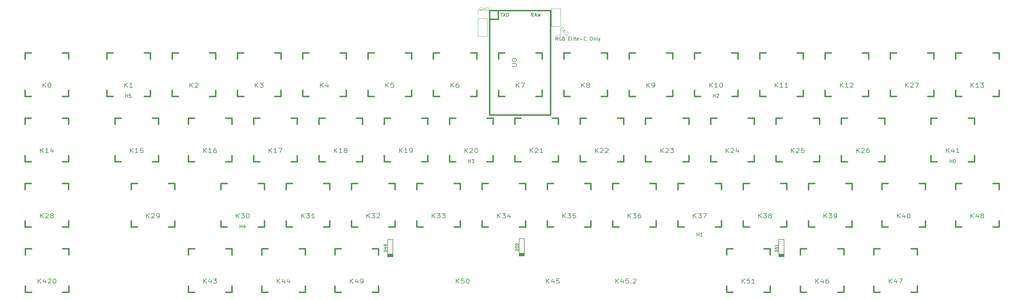
<source format=gto>
G04 #@! TF.GenerationSoftware,KiCad,Pcbnew,(5.1.2)-1*
G04 #@! TF.CreationDate,2020-06-05T12:30:06-05:00*
G04 #@! TF.ProjectId,Nightmare compact,4e696768-746d-4617-9265-20636f6d7061,rev?*
G04 #@! TF.SameCoordinates,Original*
G04 #@! TF.FileFunction,Legend,Top*
G04 #@! TF.FilePolarity,Positive*
%FSLAX46Y46*%
G04 Gerber Fmt 4.6, Leading zero omitted, Abs format (unit mm)*
G04 Created by KiCad (PCBNEW (5.1.2)-1) date 2020-06-05 12:30:06*
%MOMM*%
%LPD*%
G04 APERTURE LIST*
%ADD10C,0.100000*%
%ADD11C,0.200000*%
%ADD12C,0.120000*%
%ADD13C,0.150000*%
%ADD14C,0.381000*%
%ADD15C,0.203200*%
G04 APERTURE END LIST*
D10*
X314022835Y-90823160D02*
X313927597Y-90775540D01*
X313784740Y-90775540D01*
X313641882Y-90823160D01*
X313546644Y-90918398D01*
X313499025Y-91013636D01*
X313451406Y-91204112D01*
X313451406Y-91346969D01*
X313499025Y-91537445D01*
X313546644Y-91632683D01*
X313641882Y-91727921D01*
X313784740Y-91775540D01*
X313879978Y-91775540D01*
X314022835Y-91727921D01*
X314070454Y-91680302D01*
X314070454Y-91346969D01*
X313879978Y-91346969D01*
X314499025Y-91775540D02*
X314499025Y-90775540D01*
X315070454Y-91775540D01*
X315070454Y-90775540D01*
X315546644Y-91775540D02*
X315546644Y-90775540D01*
X315784740Y-90775540D01*
X315927597Y-90823160D01*
X316022835Y-90918398D01*
X316070454Y-91013636D01*
X316118073Y-91204112D01*
X316118073Y-91346969D01*
X316070454Y-91537445D01*
X316022835Y-91632683D01*
X315927597Y-91727921D01*
X315784740Y-91775540D01*
X315546644Y-91775540D01*
X337906585Y-96976438D02*
X337872913Y-96875423D01*
X337771898Y-96774408D01*
X337637211Y-96707064D01*
X337502524Y-96707064D01*
X337401509Y-96740736D01*
X337233150Y-96841751D01*
X337132135Y-96942766D01*
X337031119Y-97111125D01*
X336997448Y-97212140D01*
X336997448Y-97346827D01*
X337064791Y-97481514D01*
X337132135Y-97548858D01*
X337266822Y-97616201D01*
X337334165Y-97616201D01*
X337569867Y-97380499D01*
X337435180Y-97245812D01*
X337569867Y-97986591D02*
X338276974Y-97279484D01*
X337973928Y-98390652D01*
X338681035Y-97683545D01*
X338310646Y-98727369D02*
X339017753Y-98020262D01*
X339186111Y-98188621D01*
X339253455Y-98323308D01*
X339253455Y-98457995D01*
X339219783Y-98559010D01*
X339118768Y-98727369D01*
X339017753Y-98828384D01*
X338849394Y-98929400D01*
X338748379Y-98963071D01*
X338613692Y-98963071D01*
X338479005Y-98895728D01*
X338310646Y-98727369D01*
D11*
X336249107Y-100464880D02*
X335915773Y-99988690D01*
X335677678Y-100464880D02*
X335677678Y-99464880D01*
X336058630Y-99464880D01*
X336153869Y-99512500D01*
X336201488Y-99560119D01*
X336249107Y-99655357D01*
X336249107Y-99798214D01*
X336201488Y-99893452D01*
X336153869Y-99941071D01*
X336058630Y-99988690D01*
X335677678Y-99988690D01*
X337201488Y-99512500D02*
X337106250Y-99464880D01*
X336963392Y-99464880D01*
X336820535Y-99512500D01*
X336725297Y-99607738D01*
X336677678Y-99702976D01*
X336630059Y-99893452D01*
X336630059Y-100036309D01*
X336677678Y-100226785D01*
X336725297Y-100322023D01*
X336820535Y-100417261D01*
X336963392Y-100464880D01*
X337058630Y-100464880D01*
X337201488Y-100417261D01*
X337249107Y-100369642D01*
X337249107Y-100036309D01*
X337058630Y-100036309D01*
X338011011Y-99941071D02*
X338153869Y-99988690D01*
X338201488Y-100036309D01*
X338249107Y-100131547D01*
X338249107Y-100274404D01*
X338201488Y-100369642D01*
X338153869Y-100417261D01*
X338058630Y-100464880D01*
X337677678Y-100464880D01*
X337677678Y-99464880D01*
X338011011Y-99464880D01*
X338106250Y-99512500D01*
X338153869Y-99560119D01*
X338201488Y-99655357D01*
X338201488Y-99750595D01*
X338153869Y-99845833D01*
X338106250Y-99893452D01*
X338011011Y-99941071D01*
X337677678Y-99941071D01*
X339439583Y-99941071D02*
X339772916Y-99941071D01*
X339915773Y-100464880D02*
X339439583Y-100464880D01*
X339439583Y-99464880D01*
X339915773Y-99464880D01*
X340487202Y-100464880D02*
X340391964Y-100417261D01*
X340344345Y-100322023D01*
X340344345Y-99464880D01*
X340868154Y-100464880D02*
X340868154Y-99798214D01*
X340868154Y-99464880D02*
X340820535Y-99512500D01*
X340868154Y-99560119D01*
X340915773Y-99512500D01*
X340868154Y-99464880D01*
X340868154Y-99560119D01*
X341201488Y-99798214D02*
X341582440Y-99798214D01*
X341344345Y-99464880D02*
X341344345Y-100322023D01*
X341391964Y-100417261D01*
X341487202Y-100464880D01*
X341582440Y-100464880D01*
X342296726Y-100417261D02*
X342201488Y-100464880D01*
X342011011Y-100464880D01*
X341915773Y-100417261D01*
X341868154Y-100322023D01*
X341868154Y-99941071D01*
X341915773Y-99845833D01*
X342011011Y-99798214D01*
X342201488Y-99798214D01*
X342296726Y-99845833D01*
X342344345Y-99941071D01*
X342344345Y-100036309D01*
X341868154Y-100131547D01*
X342772916Y-100083928D02*
X343534821Y-100083928D01*
X344582440Y-100369642D02*
X344534821Y-100417261D01*
X344391964Y-100464880D01*
X344296726Y-100464880D01*
X344153869Y-100417261D01*
X344058630Y-100322023D01*
X344011011Y-100226785D01*
X343963392Y-100036309D01*
X343963392Y-99893452D01*
X344011011Y-99702976D01*
X344058630Y-99607738D01*
X344153869Y-99512500D01*
X344296726Y-99464880D01*
X344391964Y-99464880D01*
X344534821Y-99512500D01*
X344582440Y-99560119D01*
X345963392Y-99464880D02*
X346153869Y-99464880D01*
X346249107Y-99512500D01*
X346344345Y-99607738D01*
X346391964Y-99798214D01*
X346391964Y-100131547D01*
X346344345Y-100322023D01*
X346249107Y-100417261D01*
X346153869Y-100464880D01*
X345963392Y-100464880D01*
X345868154Y-100417261D01*
X345772916Y-100322023D01*
X345725297Y-100131547D01*
X345725297Y-99798214D01*
X345772916Y-99607738D01*
X345868154Y-99512500D01*
X345963392Y-99464880D01*
X346820535Y-99798214D02*
X346820535Y-100464880D01*
X346820535Y-99893452D02*
X346868154Y-99845833D01*
X346963392Y-99798214D01*
X347106250Y-99798214D01*
X347201488Y-99845833D01*
X347249107Y-99941071D01*
X347249107Y-100464880D01*
X347868154Y-100464880D02*
X347772916Y-100417261D01*
X347725297Y-100322023D01*
X347725297Y-99464880D01*
X348153869Y-99798214D02*
X348391964Y-100464880D01*
X348630059Y-99798214D02*
X348391964Y-100464880D01*
X348296726Y-100702976D01*
X348249107Y-100750595D01*
X348153869Y-100798214D01*
D12*
X337086250Y-98961250D02*
X335756250Y-98961250D01*
X337086250Y-97631250D02*
X337086250Y-98961250D01*
X337086250Y-96361250D02*
X334426250Y-96361250D01*
X334426250Y-96361250D02*
X334426250Y-91221250D01*
X337086250Y-96361250D02*
X337086250Y-91221250D01*
X337086250Y-91221250D02*
X334426250Y-91221250D01*
X312995000Y-91538750D02*
X314325000Y-91538750D01*
X312995000Y-92868750D02*
X312995000Y-91538750D01*
X312995000Y-94138750D02*
X315655000Y-94138750D01*
X315655000Y-94138750D02*
X315655000Y-99278750D01*
X312995000Y-94138750D02*
X312995000Y-99278750D01*
X312995000Y-99278750D02*
X315655000Y-99278750D01*
D13*
X324989184Y-162595066D02*
X326513184Y-162595066D01*
X324989184Y-162722066D02*
X326513184Y-162722066D01*
X326513184Y-162849066D02*
X324989184Y-162849066D01*
X324989184Y-163230066D02*
X326513184Y-163230066D01*
X326513184Y-163103066D02*
X324989184Y-163103066D01*
X324989184Y-162976066D02*
X326513184Y-162976066D01*
X324989184Y-158277066D02*
X324989184Y-158785066D01*
X326513184Y-158277066D02*
X324989184Y-158277066D01*
X326513184Y-163357066D02*
X326513184Y-158277066D01*
X324989184Y-163357066D02*
X326513184Y-163357066D01*
X324989184Y-158277066D02*
X324989184Y-163357066D01*
D14*
X180848000Y-161258250D02*
X182626000Y-161258250D01*
X191770000Y-161258250D02*
X193548000Y-161258250D01*
X193548000Y-161258250D02*
X193548000Y-163036250D01*
X193548000Y-172180250D02*
X193548000Y-173958250D01*
X193548000Y-173958250D02*
X191770000Y-173958250D01*
X182626000Y-173958250D02*
X180848000Y-173958250D01*
X180848000Y-173958250D02*
X180848000Y-172180250D01*
X180848000Y-163036250D02*
X180848000Y-161258250D01*
D13*
X286635184Y-158531066D02*
X286635184Y-163611066D01*
X286635184Y-163611066D02*
X288159184Y-163611066D01*
X288159184Y-163611066D02*
X288159184Y-158531066D01*
X288159184Y-158531066D02*
X286635184Y-158531066D01*
X286635184Y-158531066D02*
X286635184Y-159039066D01*
X286635184Y-163230066D02*
X288159184Y-163230066D01*
X288159184Y-163357066D02*
X286635184Y-163357066D01*
X286635184Y-163484066D02*
X288159184Y-163484066D01*
X288159184Y-163103066D02*
X286635184Y-163103066D01*
X286635184Y-162976066D02*
X288159184Y-162976066D01*
X286635184Y-162849066D02*
X288159184Y-162849066D01*
D14*
X428477944Y-161258250D02*
X430255944Y-161258250D01*
X439399944Y-161258250D02*
X441177944Y-161258250D01*
X441177944Y-161258250D02*
X441177944Y-163036250D01*
X441177944Y-172180250D02*
X441177944Y-173958250D01*
X441177944Y-173958250D02*
X439399944Y-173958250D01*
X430255944Y-173958250D02*
X428477944Y-173958250D01*
X428477944Y-173958250D02*
X428477944Y-172180250D01*
X428477944Y-163036250D02*
X428477944Y-161258250D01*
D13*
X400782784Y-158556466D02*
X400782784Y-163636466D01*
X400782784Y-163636466D02*
X402306784Y-163636466D01*
X402306784Y-163636466D02*
X402306784Y-158556466D01*
X402306784Y-158556466D02*
X400782784Y-158556466D01*
X400782784Y-158556466D02*
X400782784Y-159064466D01*
X400782784Y-163255466D02*
X402306784Y-163255466D01*
X402306784Y-163382466D02*
X400782784Y-163382466D01*
X400782784Y-163509466D02*
X402306784Y-163509466D01*
X402306784Y-163128466D02*
X400782784Y-163128466D01*
X400782784Y-163001466D02*
X402306784Y-163001466D01*
X400782784Y-162874466D02*
X402306784Y-162874466D01*
D14*
X452290424Y-143986266D02*
X452290424Y-142208266D01*
X452290424Y-154908266D02*
X452290424Y-153130266D01*
X454068424Y-154908266D02*
X452290424Y-154908266D01*
X464990424Y-154908266D02*
X463212424Y-154908266D01*
X464990424Y-153130266D02*
X464990424Y-154908266D01*
X464990424Y-142208266D02*
X464990424Y-143986266D01*
X463212424Y-142208266D02*
X464990424Y-142208266D01*
X452290424Y-142208266D02*
X454068424Y-142208266D01*
X211784376Y-142208266D02*
X213562376Y-142208266D01*
X222706376Y-142208266D02*
X224484376Y-142208266D01*
X224484376Y-142208266D02*
X224484376Y-143986266D01*
X224484376Y-153130266D02*
X224484376Y-154908266D01*
X224484376Y-154908266D02*
X222706376Y-154908266D01*
X213562376Y-154908266D02*
X211784376Y-154908266D01*
X211784376Y-154908266D02*
X211784376Y-153130266D01*
X211784376Y-143986266D02*
X211784376Y-142208266D01*
X371327992Y-142208266D02*
X373105992Y-142208266D01*
X382249992Y-142208266D02*
X384027992Y-142208266D01*
X384027992Y-142208266D02*
X384027992Y-143986266D01*
X384027992Y-153130266D02*
X384027992Y-154908266D01*
X384027992Y-154908266D02*
X382249992Y-154908266D01*
X373105992Y-154908266D02*
X371327992Y-154908266D01*
X371327992Y-154908266D02*
X371327992Y-153130266D01*
X371327992Y-143986266D02*
X371327992Y-142208266D01*
X352278008Y-143986266D02*
X352278008Y-142208266D01*
X352278008Y-154908266D02*
X352278008Y-153130266D01*
X354056008Y-154908266D02*
X352278008Y-154908266D01*
X364978008Y-154908266D02*
X363200008Y-154908266D01*
X364978008Y-153130266D02*
X364978008Y-154908266D01*
X364978008Y-142208266D02*
X364978008Y-143986266D01*
X363200008Y-142208266D02*
X364978008Y-142208266D01*
X352278008Y-142208266D02*
X354056008Y-142208266D01*
X237978104Y-143986266D02*
X237978104Y-142208266D01*
X237978104Y-154908266D02*
X237978104Y-153130266D01*
X239756104Y-154908266D02*
X237978104Y-154908266D01*
X250678104Y-154908266D02*
X248900104Y-154908266D01*
X250678104Y-153130266D02*
X250678104Y-154908266D01*
X250678104Y-142208266D02*
X250678104Y-143986266D01*
X248900104Y-142208266D02*
X250678104Y-142208266D01*
X237978104Y-142208266D02*
X239756104Y-142208266D01*
X249864496Y-161258250D02*
X251642496Y-161258250D01*
X260786496Y-161258250D02*
X262564496Y-161258250D01*
X262564496Y-161258250D02*
X262564496Y-163036250D01*
X262564496Y-172180250D02*
X262564496Y-173958250D01*
X262564496Y-173958250D02*
X260786496Y-173958250D01*
X251642496Y-173958250D02*
X249864496Y-173958250D01*
X249864496Y-173958250D02*
X249864496Y-172180250D01*
X249864496Y-163036250D02*
X249864496Y-161258250D01*
X409427960Y-142208266D02*
X411205960Y-142208266D01*
X420349960Y-142208266D02*
X422127960Y-142208266D01*
X422127960Y-142208266D02*
X422127960Y-143986266D01*
X422127960Y-153130266D02*
X422127960Y-154908266D01*
X422127960Y-154908266D02*
X420349960Y-154908266D01*
X411205960Y-154908266D02*
X409427960Y-154908266D01*
X409427960Y-154908266D02*
X409427960Y-153130266D01*
X409427960Y-143986266D02*
X409427960Y-142208266D01*
X433240440Y-105886298D02*
X433240440Y-104108298D01*
X433240440Y-116808298D02*
X433240440Y-115030298D01*
X435018440Y-116808298D02*
X433240440Y-116808298D01*
X445940440Y-116808298D02*
X444162440Y-116808298D01*
X445940440Y-115030298D02*
X445940440Y-116808298D01*
X445940440Y-104108298D02*
X445940440Y-105886298D01*
X444162440Y-104108298D02*
X445940440Y-104108298D01*
X433240440Y-104108298D02*
X435018440Y-104108298D01*
X333228024Y-143986266D02*
X333228024Y-142208266D01*
X333228024Y-154908266D02*
X333228024Y-153130266D01*
X335006024Y-154908266D02*
X333228024Y-154908266D01*
X345928024Y-154908266D02*
X344150024Y-154908266D01*
X345928024Y-153130266D02*
X345928024Y-154908266D01*
X345928024Y-142208266D02*
X345928024Y-143986266D01*
X344150024Y-142208266D02*
X345928024Y-142208266D01*
X333228024Y-142208266D02*
X335006024Y-142208266D01*
X180828152Y-143986266D02*
X180828152Y-142208266D01*
X180828152Y-154908266D02*
X180828152Y-153130266D01*
X182606152Y-154908266D02*
X180828152Y-154908266D01*
X193528152Y-154908266D02*
X191750152Y-154908266D01*
X193528152Y-153130266D02*
X193528152Y-154908266D01*
X193528152Y-142208266D02*
X193528152Y-143986266D01*
X191750152Y-142208266D02*
X193528152Y-142208266D01*
X180828152Y-142208266D02*
X182606152Y-142208266D01*
X314178040Y-142208266D02*
X315956040Y-142208266D01*
X325100040Y-142208266D02*
X326878040Y-142208266D01*
X326878040Y-142208266D02*
X326878040Y-143986266D01*
X326878040Y-153130266D02*
X326878040Y-154908266D01*
X326878040Y-154908266D02*
X325100040Y-154908266D01*
X315956040Y-154908266D02*
X314178040Y-154908266D01*
X314178040Y-154908266D02*
X314178040Y-153130266D01*
X314178040Y-143986266D02*
X314178040Y-142208266D01*
X430859192Y-142208266D02*
X432637192Y-142208266D01*
X441781192Y-142208266D02*
X443559192Y-142208266D01*
X443559192Y-142208266D02*
X443559192Y-143986266D01*
X443559192Y-153130266D02*
X443559192Y-154908266D01*
X443559192Y-154908266D02*
X441781192Y-154908266D01*
X432637192Y-154908266D02*
X430859192Y-154908266D01*
X430859192Y-154908266D02*
X430859192Y-153130266D01*
X430859192Y-143986266D02*
X430859192Y-142208266D01*
X295128056Y-142208266D02*
X296906056Y-142208266D01*
X306050056Y-142208266D02*
X307828056Y-142208266D01*
X307828056Y-142208266D02*
X307828056Y-143986266D01*
X307828056Y-153130266D02*
X307828056Y-154908266D01*
X307828056Y-154908266D02*
X306050056Y-154908266D01*
X296906056Y-154908266D02*
X295128056Y-154908266D01*
X295128056Y-154908266D02*
X295128056Y-153130266D01*
X295128056Y-143986266D02*
X295128056Y-142208266D01*
X228453112Y-161258250D02*
X230231112Y-161258250D01*
X239375112Y-161258250D02*
X241153112Y-161258250D01*
X241153112Y-161258250D02*
X241153112Y-163036250D01*
X241153112Y-172180250D02*
X241153112Y-173958250D01*
X241153112Y-173958250D02*
X239375112Y-173958250D01*
X230231112Y-173958250D02*
X228453112Y-173958250D01*
X228453112Y-173958250D02*
X228453112Y-172180250D01*
X228453112Y-163036250D02*
X228453112Y-161258250D01*
X276078072Y-142208266D02*
X277856072Y-142208266D01*
X287000072Y-142208266D02*
X288778072Y-142208266D01*
X288778072Y-142208266D02*
X288778072Y-143986266D01*
X288778072Y-153130266D02*
X288778072Y-154908266D01*
X288778072Y-154908266D02*
X287000072Y-154908266D01*
X277856072Y-154908266D02*
X276078072Y-154908266D01*
X276078072Y-154908266D02*
X276078072Y-153130266D01*
X276078072Y-143986266D02*
X276078072Y-142208266D01*
X407046712Y-163036250D02*
X407046712Y-161258250D01*
X407046712Y-173958250D02*
X407046712Y-172180250D01*
X408824712Y-173958250D02*
X407046712Y-173958250D01*
X419746712Y-173958250D02*
X417968712Y-173958250D01*
X419746712Y-172180250D02*
X419746712Y-173958250D01*
X419746712Y-161258250D02*
X419746712Y-163036250D01*
X417968712Y-161258250D02*
X419746712Y-161258250D01*
X407046712Y-161258250D02*
X408824712Y-161258250D01*
X390377976Y-143986266D02*
X390377976Y-142208266D01*
X390377976Y-154908266D02*
X390377976Y-153130266D01*
X392155976Y-154908266D02*
X390377976Y-154908266D01*
X403077976Y-154908266D02*
X401299976Y-154908266D01*
X403077976Y-153130266D02*
X403077976Y-154908266D01*
X403077976Y-142208266D02*
X403077976Y-143986266D01*
X401299976Y-142208266D02*
X403077976Y-142208266D01*
X390377976Y-142208266D02*
X392155976Y-142208266D01*
X257028088Y-142208266D02*
X258806088Y-142208266D01*
X267950088Y-142208266D02*
X269728088Y-142208266D01*
X269728088Y-142208266D02*
X269728088Y-143986266D01*
X269728088Y-153130266D02*
X269728088Y-154908266D01*
X269728088Y-154908266D02*
X267950088Y-154908266D01*
X258806088Y-154908266D02*
X257028088Y-154908266D01*
X257028088Y-154908266D02*
X257028088Y-153130266D01*
X257028088Y-143986266D02*
X257028088Y-142208266D01*
X242740600Y-105886298D02*
X242740600Y-104108298D01*
X242740600Y-116808298D02*
X242740600Y-115030298D01*
X244518600Y-116808298D02*
X242740600Y-116808298D01*
X255440600Y-116808298D02*
X253662600Y-116808298D01*
X255440600Y-115030298D02*
X255440600Y-116808298D01*
X255440600Y-104108298D02*
X255440600Y-105886298D01*
X253662600Y-104108298D02*
X255440600Y-104108298D01*
X242740600Y-104108298D02*
X244518600Y-104108298D01*
X223690616Y-105886298D02*
X223690616Y-104108298D01*
X223690616Y-116808298D02*
X223690616Y-115030298D01*
X225468616Y-116808298D02*
X223690616Y-116808298D01*
X236390616Y-116808298D02*
X234612616Y-116808298D01*
X236390616Y-115030298D02*
X236390616Y-116808298D01*
X236390616Y-104108298D02*
X236390616Y-105886298D01*
X234612616Y-104108298D02*
X236390616Y-104108298D01*
X223690616Y-104108298D02*
X225468616Y-104108298D01*
X204640632Y-105886298D02*
X204640632Y-104108298D01*
X204640632Y-116808298D02*
X204640632Y-115030298D01*
X206418632Y-116808298D02*
X204640632Y-116808298D01*
X217340632Y-116808298D02*
X215562632Y-116808298D01*
X217340632Y-115030298D02*
X217340632Y-116808298D01*
X217340632Y-104108298D02*
X217340632Y-105886298D01*
X215562632Y-104108298D02*
X217340632Y-104108298D01*
X204640632Y-104108298D02*
X206418632Y-104108298D01*
X318940536Y-105886298D02*
X318940536Y-104108298D01*
X318940536Y-116808298D02*
X318940536Y-115030298D01*
X320718536Y-116808298D02*
X318940536Y-116808298D01*
X331640536Y-116808298D02*
X329862536Y-116808298D01*
X331640536Y-115030298D02*
X331640536Y-116808298D01*
X331640536Y-104108298D02*
X331640536Y-105886298D01*
X329862536Y-104108298D02*
X331640536Y-104108298D01*
X318940536Y-104108298D02*
X320718536Y-104108298D01*
X299890552Y-104108298D02*
X301668552Y-104108298D01*
X310812552Y-104108298D02*
X312590552Y-104108298D01*
X312590552Y-104108298D02*
X312590552Y-105886298D01*
X312590552Y-115030298D02*
X312590552Y-116808298D01*
X312590552Y-116808298D02*
X310812552Y-116808298D01*
X301668552Y-116808298D02*
X299890552Y-116808298D01*
X299890552Y-116808298D02*
X299890552Y-115030298D01*
X299890552Y-105886298D02*
X299890552Y-104108298D01*
X280840568Y-104108298D02*
X282618568Y-104108298D01*
X291762568Y-104108298D02*
X293540568Y-104108298D01*
X293540568Y-104108298D02*
X293540568Y-105886298D01*
X293540568Y-115030298D02*
X293540568Y-116808298D01*
X293540568Y-116808298D02*
X291762568Y-116808298D01*
X282618568Y-116808298D02*
X280840568Y-116808298D01*
X280840568Y-116808298D02*
X280840568Y-115030298D01*
X280840568Y-105886298D02*
X280840568Y-104108298D01*
X261790584Y-105886298D02*
X261790584Y-104108298D01*
X261790584Y-116808298D02*
X261790584Y-115030298D01*
X263568584Y-116808298D02*
X261790584Y-116808298D01*
X274490584Y-116808298D02*
X272712584Y-116808298D01*
X274490584Y-115030298D02*
X274490584Y-116808298D01*
X274490584Y-104108298D02*
X274490584Y-105886298D01*
X272712584Y-104108298D02*
X274490584Y-104108298D01*
X261790584Y-104108298D02*
X263568584Y-104108298D01*
X180828309Y-105886391D02*
X180828309Y-104108391D01*
X180828309Y-116808391D02*
X180828309Y-115030391D01*
X182606309Y-116808391D02*
X180828309Y-116808391D01*
X193528309Y-116808391D02*
X191750309Y-116808391D01*
X193528309Y-115030391D02*
X193528309Y-116808391D01*
X193528309Y-104108391D02*
X193528309Y-105886391D01*
X191750309Y-104108391D02*
X193528309Y-104108391D01*
X180828309Y-104108391D02*
X182606309Y-104108391D01*
X180828152Y-123158282D02*
X182606152Y-123158282D01*
X191750152Y-123158282D02*
X193528152Y-123158282D01*
X193528152Y-123158282D02*
X193528152Y-124936282D01*
X193528152Y-134080282D02*
X193528152Y-135858282D01*
X193528152Y-135858282D02*
X191750152Y-135858282D01*
X182606152Y-135858282D02*
X180828152Y-135858282D01*
X180828152Y-135858282D02*
X180828152Y-134080282D01*
X180828152Y-124936282D02*
X180828152Y-123158282D01*
X357040504Y-105886298D02*
X357040504Y-104108298D01*
X357040504Y-116808298D02*
X357040504Y-115030298D01*
X358818504Y-116808298D02*
X357040504Y-116808298D01*
X369740504Y-116808298D02*
X367962504Y-116808298D01*
X369740504Y-115030298D02*
X369740504Y-116808298D01*
X369740504Y-104108298D02*
X369740504Y-105886298D01*
X367962504Y-104108298D02*
X369740504Y-104108298D01*
X357040504Y-104108298D02*
X358818504Y-104108298D01*
X414190456Y-104108298D02*
X415968456Y-104108298D01*
X425112456Y-104108298D02*
X426890456Y-104108298D01*
X426890456Y-104108298D02*
X426890456Y-105886298D01*
X426890456Y-115030298D02*
X426890456Y-116808298D01*
X426890456Y-116808298D02*
X425112456Y-116808298D01*
X415968456Y-116808298D02*
X414190456Y-116808298D01*
X414190456Y-116808298D02*
X414190456Y-115030298D01*
X414190456Y-105886298D02*
X414190456Y-104108298D01*
X452290424Y-104108298D02*
X454068424Y-104108298D01*
X463212424Y-104108298D02*
X464990424Y-104108298D01*
X464990424Y-104108298D02*
X464990424Y-105886298D01*
X464990424Y-115030298D02*
X464990424Y-116808298D01*
X464990424Y-116808298D02*
X463212424Y-116808298D01*
X454068424Y-116808298D02*
X452290424Y-116808298D01*
X452290424Y-116808298D02*
X452290424Y-115030298D01*
X452290424Y-105886298D02*
X452290424Y-104108298D01*
X207021880Y-124936282D02*
X207021880Y-123158282D01*
X207021880Y-135858282D02*
X207021880Y-134080282D01*
X208799880Y-135858282D02*
X207021880Y-135858282D01*
X219721880Y-135858282D02*
X217943880Y-135858282D01*
X219721880Y-134080282D02*
X219721880Y-135858282D01*
X219721880Y-123158282D02*
X219721880Y-124936282D01*
X217943880Y-123158282D02*
X219721880Y-123158282D01*
X207021880Y-123158282D02*
X208799880Y-123158282D01*
X323703032Y-124936282D02*
X323703032Y-123158282D01*
X323703032Y-135858282D02*
X323703032Y-134080282D01*
X325481032Y-135858282D02*
X323703032Y-135858282D01*
X336403032Y-135858282D02*
X334625032Y-135858282D01*
X336403032Y-134080282D02*
X336403032Y-135858282D01*
X336403032Y-123158282D02*
X336403032Y-124936282D01*
X334625032Y-123158282D02*
X336403032Y-123158282D01*
X323703032Y-123158282D02*
X325481032Y-123158282D01*
X266553080Y-124936282D02*
X266553080Y-123158282D01*
X266553080Y-135858282D02*
X266553080Y-134080282D01*
X268331080Y-135858282D02*
X266553080Y-135858282D01*
X279253080Y-135858282D02*
X277475080Y-135858282D01*
X279253080Y-134080282D02*
X279253080Y-135858282D01*
X279253080Y-123158282D02*
X279253080Y-124936282D01*
X277475080Y-123158282D02*
X279253080Y-123158282D01*
X266553080Y-123158282D02*
X268331080Y-123158282D01*
X376090488Y-104108298D02*
X377868488Y-104108298D01*
X387012488Y-104108298D02*
X388790488Y-104108298D01*
X388790488Y-104108298D02*
X388790488Y-105886298D01*
X388790488Y-115030298D02*
X388790488Y-116808298D01*
X388790488Y-116808298D02*
X387012488Y-116808298D01*
X377868488Y-116808298D02*
X376090488Y-116808298D01*
X376090488Y-116808298D02*
X376090488Y-115030298D01*
X376090488Y-105886298D02*
X376090488Y-104108298D01*
X304653048Y-123158282D02*
X306431048Y-123158282D01*
X315575048Y-123158282D02*
X317353048Y-123158282D01*
X317353048Y-123158282D02*
X317353048Y-124936282D01*
X317353048Y-134080282D02*
X317353048Y-135858282D01*
X317353048Y-135858282D02*
X315575048Y-135858282D01*
X306431048Y-135858282D02*
X304653048Y-135858282D01*
X304653048Y-135858282D02*
X304653048Y-134080282D01*
X304653048Y-124936282D02*
X304653048Y-123158282D01*
X285603064Y-124936282D02*
X285603064Y-123158282D01*
X285603064Y-135858282D02*
X285603064Y-134080282D01*
X287381064Y-135858282D02*
X285603064Y-135858282D01*
X298303064Y-135858282D02*
X296525064Y-135858282D01*
X298303064Y-134080282D02*
X298303064Y-135858282D01*
X298303064Y-123158282D02*
X298303064Y-124936282D01*
X296525064Y-123158282D02*
X298303064Y-123158282D01*
X285603064Y-123158282D02*
X287381064Y-123158282D01*
X337990520Y-104108298D02*
X339768520Y-104108298D01*
X348912520Y-104108298D02*
X350690520Y-104108298D01*
X350690520Y-104108298D02*
X350690520Y-105886298D01*
X350690520Y-115030298D02*
X350690520Y-116808298D01*
X350690520Y-116808298D02*
X348912520Y-116808298D01*
X339768520Y-116808298D02*
X337990520Y-116808298D01*
X337990520Y-116808298D02*
X337990520Y-115030298D01*
X337990520Y-105886298D02*
X337990520Y-104108298D01*
X395140472Y-105886298D02*
X395140472Y-104108298D01*
X395140472Y-116808298D02*
X395140472Y-115030298D01*
X396918472Y-116808298D02*
X395140472Y-116808298D01*
X407840472Y-116808298D02*
X406062472Y-116808298D01*
X407840472Y-115030298D02*
X407840472Y-116808298D01*
X407840472Y-104108298D02*
X407840472Y-105886298D01*
X406062472Y-104108298D02*
X407840472Y-104108298D01*
X395140472Y-104108298D02*
X396918472Y-104108298D01*
X247503096Y-124936282D02*
X247503096Y-123158282D01*
X247503096Y-135858282D02*
X247503096Y-134080282D01*
X249281096Y-135858282D02*
X247503096Y-135858282D01*
X260203096Y-135858282D02*
X258425096Y-135858282D01*
X260203096Y-134080282D02*
X260203096Y-135858282D01*
X260203096Y-123158282D02*
X260203096Y-124936282D01*
X258425096Y-123158282D02*
X260203096Y-123158282D01*
X247503096Y-123158282D02*
X249281096Y-123158282D01*
X399902968Y-123158282D02*
X401680968Y-123158282D01*
X410824968Y-123158282D02*
X412602968Y-123158282D01*
X412602968Y-123158282D02*
X412602968Y-124936282D01*
X412602968Y-134080282D02*
X412602968Y-135858282D01*
X412602968Y-135858282D02*
X410824968Y-135858282D01*
X401680968Y-135858282D02*
X399902968Y-135858282D01*
X399902968Y-135858282D02*
X399902968Y-134080282D01*
X399902968Y-124936282D02*
X399902968Y-123158282D01*
X380852984Y-124936282D02*
X380852984Y-123158282D01*
X380852984Y-135858282D02*
X380852984Y-134080282D01*
X382630984Y-135858282D02*
X380852984Y-135858282D01*
X393552984Y-135858282D02*
X391774984Y-135858282D01*
X393552984Y-134080282D02*
X393552984Y-135858282D01*
X393552984Y-123158282D02*
X393552984Y-124936282D01*
X391774984Y-123158282D02*
X393552984Y-123158282D01*
X380852984Y-123158282D02*
X382630984Y-123158282D01*
X342753016Y-123158282D02*
X344531016Y-123158282D01*
X353675016Y-123158282D02*
X355453016Y-123158282D01*
X355453016Y-123158282D02*
X355453016Y-124936282D01*
X355453016Y-134080282D02*
X355453016Y-135858282D01*
X355453016Y-135858282D02*
X353675016Y-135858282D01*
X344531016Y-135858282D02*
X342753016Y-135858282D01*
X342753016Y-135858282D02*
X342753016Y-134080282D01*
X342753016Y-124936282D02*
X342753016Y-123158282D01*
X361803000Y-123158282D02*
X363581000Y-123158282D01*
X372725000Y-123158282D02*
X374503000Y-123158282D01*
X374503000Y-123158282D02*
X374503000Y-124936282D01*
X374503000Y-134080282D02*
X374503000Y-135858282D01*
X374503000Y-135858282D02*
X372725000Y-135858282D01*
X363581000Y-135858282D02*
X361803000Y-135858282D01*
X361803000Y-135858282D02*
X361803000Y-134080282D01*
X361803000Y-124936282D02*
X361803000Y-123158282D01*
X228453112Y-123158282D02*
X230231112Y-123158282D01*
X239375112Y-123158282D02*
X241153112Y-123158282D01*
X241153112Y-123158282D02*
X241153112Y-124936282D01*
X241153112Y-134080282D02*
X241153112Y-135858282D01*
X241153112Y-135858282D02*
X239375112Y-135858282D01*
X230231112Y-135858282D02*
X228453112Y-135858282D01*
X228453112Y-135858282D02*
X228453112Y-134080282D01*
X228453112Y-124936282D02*
X228453112Y-123158282D01*
X271217384Y-161248866D02*
X272995384Y-161248866D01*
X282139384Y-161248866D02*
X283917384Y-161248866D01*
X283917384Y-161248866D02*
X283917384Y-163026866D01*
X283917384Y-172170866D02*
X283917384Y-173948866D01*
X283917384Y-173948866D02*
X282139384Y-173948866D01*
X272995384Y-173948866D02*
X271217384Y-173948866D01*
X271217384Y-173948866D02*
X271217384Y-172170866D01*
X271217384Y-163026866D02*
X271217384Y-161248866D01*
X418952952Y-123158282D02*
X420730952Y-123158282D01*
X429874952Y-123158282D02*
X431652952Y-123158282D01*
X431652952Y-123158282D02*
X431652952Y-124936282D01*
X431652952Y-134080282D02*
X431652952Y-135858282D01*
X431652952Y-135858282D02*
X429874952Y-135858282D01*
X420730952Y-135858282D02*
X418952952Y-135858282D01*
X418952952Y-135858282D02*
X418952952Y-134080282D01*
X418952952Y-124936282D02*
X418952952Y-123158282D01*
X385491984Y-161223466D02*
X387269984Y-161223466D01*
X396413984Y-161223466D02*
X398191984Y-161223466D01*
X398191984Y-161223466D02*
X398191984Y-163001466D01*
X398191984Y-172145466D02*
X398191984Y-173923466D01*
X398191984Y-173923466D02*
X396413984Y-173923466D01*
X387269984Y-173923466D02*
X385491984Y-173923466D01*
X385491984Y-173923466D02*
X385491984Y-172145466D01*
X385491984Y-163001466D02*
X385491984Y-161223466D01*
X445146680Y-123158282D02*
X446924680Y-123158282D01*
X456068680Y-123158282D02*
X457846680Y-123158282D01*
X457846680Y-123158282D02*
X457846680Y-124936282D01*
X457846680Y-134080282D02*
X457846680Y-135858282D01*
X457846680Y-135858282D02*
X456068680Y-135858282D01*
X446924680Y-135858282D02*
X445146680Y-135858282D01*
X445146680Y-135858282D02*
X445146680Y-134080282D01*
X445146680Y-124936282D02*
X445146680Y-123158282D01*
X334158584Y-91708746D02*
X316378584Y-91708746D01*
X316378584Y-91708746D02*
X316378584Y-122188746D01*
X316378584Y-122188746D02*
X334158584Y-122188746D01*
X334158584Y-122188746D02*
X334158584Y-91708746D01*
X318918584Y-91708746D02*
X318918584Y-94248746D01*
X318918584Y-94248746D02*
X316378584Y-94248746D01*
D13*
X324713088Y-161763094D02*
X323913088Y-161763094D01*
X323913088Y-161572618D01*
X323951184Y-161458332D01*
X324027374Y-161382142D01*
X324103564Y-161344046D01*
X324255945Y-161305951D01*
X324370231Y-161305951D01*
X324522612Y-161344046D01*
X324598803Y-161382142D01*
X324674993Y-161458332D01*
X324713088Y-161572618D01*
X324713088Y-161763094D01*
X323913088Y-160582142D02*
X323913088Y-160963094D01*
X324294041Y-161001189D01*
X324255945Y-160963094D01*
X324217850Y-160886904D01*
X324217850Y-160696427D01*
X324255945Y-160620237D01*
X324294041Y-160582142D01*
X324370231Y-160544046D01*
X324560707Y-160544046D01*
X324636898Y-160582142D01*
X324674993Y-160620237D01*
X324713088Y-160696427D01*
X324713088Y-160886904D01*
X324674993Y-160963094D01*
X324636898Y-161001189D01*
X323913088Y-160048808D02*
X323913088Y-159972618D01*
X323951184Y-159896427D01*
X323989279Y-159858332D01*
X324065469Y-159820237D01*
X324217850Y-159782142D01*
X324408326Y-159782142D01*
X324560707Y-159820237D01*
X324636898Y-159858332D01*
X324674993Y-159896427D01*
X324713088Y-159972618D01*
X324713088Y-160048808D01*
X324674993Y-160124999D01*
X324636898Y-160163094D01*
X324560707Y-160201189D01*
X324408326Y-160239285D01*
X324217850Y-160239285D01*
X324065469Y-160201189D01*
X323989279Y-160163094D01*
X323951184Y-160124999D01*
X323913088Y-160048808D01*
D15*
X184621714Y-171357773D02*
X184621714Y-170087773D01*
X185492571Y-171357773D02*
X184839428Y-170632059D01*
X185492571Y-170087773D02*
X184621714Y-170813488D01*
X186798857Y-170511107D02*
X186798857Y-171357773D01*
X186436000Y-170027297D02*
X186073142Y-170934440D01*
X187016571Y-170934440D01*
X187524571Y-170208726D02*
X187597142Y-170148250D01*
X187742285Y-170087773D01*
X188105142Y-170087773D01*
X188250285Y-170148250D01*
X188322857Y-170208726D01*
X188395428Y-170329678D01*
X188395428Y-170450630D01*
X188322857Y-170632059D01*
X187452000Y-171357773D01*
X188395428Y-171357773D01*
X189338857Y-170087773D02*
X189484000Y-170087773D01*
X189629142Y-170148250D01*
X189701714Y-170208726D01*
X189774285Y-170329678D01*
X189846857Y-170571583D01*
X189846857Y-170873964D01*
X189774285Y-171115869D01*
X189701714Y-171236821D01*
X189629142Y-171297297D01*
X189484000Y-171357773D01*
X189338857Y-171357773D01*
X189193714Y-171297297D01*
X189121142Y-171236821D01*
X189048571Y-171115869D01*
X188976000Y-170873964D01*
X188976000Y-170571583D01*
X189048571Y-170329678D01*
X189121142Y-170208726D01*
X189193714Y-170148250D01*
X189338857Y-170087773D01*
D13*
X376894179Y-157612246D02*
X376894179Y-156612246D01*
X376894179Y-157088437D02*
X377465607Y-157088437D01*
X377465607Y-157612246D02*
X377465607Y-156612246D01*
X378465607Y-157612246D02*
X377894179Y-157612246D01*
X378179893Y-157612246D02*
X378179893Y-156612246D01*
X378084655Y-156755104D01*
X377989417Y-156850342D01*
X377894179Y-156897961D01*
X381656679Y-117162746D02*
X381656679Y-116162746D01*
X381656679Y-116638937D02*
X382228107Y-116638937D01*
X382228107Y-117162746D02*
X382228107Y-116162746D01*
X382656679Y-116257985D02*
X382704298Y-116210366D01*
X382799536Y-116162746D01*
X383037631Y-116162746D01*
X383132869Y-116210366D01*
X383180488Y-116257985D01*
X383228107Y-116353223D01*
X383228107Y-116448461D01*
X383180488Y-116591318D01*
X382609060Y-117162746D01*
X383228107Y-117162746D01*
X450731979Y-136212746D02*
X450731979Y-135212746D01*
X450731979Y-135688937D02*
X451303407Y-135688937D01*
X451303407Y-136212746D02*
X451303407Y-135212746D01*
X451970074Y-135212746D02*
X452065312Y-135212746D01*
X452160550Y-135260366D01*
X452208169Y-135307985D01*
X452255788Y-135403223D01*
X452303407Y-135593699D01*
X452303407Y-135831794D01*
X452255788Y-136022270D01*
X452208169Y-136117508D01*
X452160550Y-136165127D01*
X452065312Y-136212746D01*
X451970074Y-136212746D01*
X451874836Y-136165127D01*
X451827217Y-136117508D01*
X451779598Y-136022270D01*
X451731979Y-135831794D01*
X451731979Y-135593699D01*
X451779598Y-135403223D01*
X451827217Y-135307985D01*
X451874836Y-135260366D01*
X451970074Y-135212746D01*
X286359088Y-162017094D02*
X285559088Y-162017094D01*
X285559088Y-161826618D01*
X285597184Y-161712332D01*
X285673374Y-161636142D01*
X285749564Y-161598046D01*
X285901945Y-161559951D01*
X286016231Y-161559951D01*
X286168612Y-161598046D01*
X286244803Y-161636142D01*
X286320993Y-161712332D01*
X286359088Y-161826618D01*
X286359088Y-162017094D01*
X285825755Y-160874237D02*
X286359088Y-160874237D01*
X285520993Y-161064713D02*
X286092422Y-161255189D01*
X286092422Y-160759951D01*
X286359088Y-160417094D02*
X286359088Y-160264713D01*
X286320993Y-160188523D01*
X286282898Y-160150427D01*
X286168612Y-160074237D01*
X286016231Y-160036142D01*
X285711469Y-160036142D01*
X285635279Y-160074237D01*
X285597184Y-160112332D01*
X285559088Y-160188523D01*
X285559088Y-160340904D01*
X285597184Y-160417094D01*
X285635279Y-160455189D01*
X285711469Y-160493285D01*
X285901945Y-160493285D01*
X285978136Y-160455189D01*
X286016231Y-160417094D01*
X286054326Y-160340904D01*
X286054326Y-160188523D01*
X286016231Y-160112332D01*
X285978136Y-160074237D01*
X285901945Y-160036142D01*
D15*
X432977372Y-171357773D02*
X432977372Y-170087773D01*
X433848229Y-171357773D02*
X433195086Y-170632059D01*
X433848229Y-170087773D02*
X432977372Y-170813488D01*
X435154515Y-170511107D02*
X435154515Y-171357773D01*
X434791658Y-170027297D02*
X434428801Y-170934440D01*
X435372229Y-170934440D01*
X435807658Y-170087773D02*
X436823658Y-170087773D01*
X436170515Y-171357773D01*
D13*
X310231879Y-136212746D02*
X310231879Y-135212746D01*
X310231879Y-135688937D02*
X310803307Y-135688937D01*
X310803307Y-136212746D02*
X310803307Y-135212746D01*
X311184260Y-135212746D02*
X311803307Y-135212746D01*
X311469974Y-135593699D01*
X311612831Y-135593699D01*
X311708069Y-135641318D01*
X311755688Y-135688937D01*
X311803307Y-135784175D01*
X311803307Y-136022270D01*
X311755688Y-136117508D01*
X311708069Y-136165127D01*
X311612831Y-136212746D01*
X311327117Y-136212746D01*
X311231879Y-136165127D01*
X311184260Y-136117508D01*
X400506688Y-162042494D02*
X399706688Y-162042494D01*
X399706688Y-161852018D01*
X399744784Y-161737732D01*
X399820974Y-161661542D01*
X399897164Y-161623446D01*
X400049545Y-161585351D01*
X400163831Y-161585351D01*
X400316212Y-161623446D01*
X400392403Y-161661542D01*
X400468593Y-161737732D01*
X400506688Y-161852018D01*
X400506688Y-162042494D01*
X399706688Y-160861542D02*
X399706688Y-161242494D01*
X400087641Y-161280589D01*
X400049545Y-161242494D01*
X400011450Y-161166304D01*
X400011450Y-160975827D01*
X400049545Y-160899637D01*
X400087641Y-160861542D01*
X400163831Y-160823446D01*
X400354307Y-160823446D01*
X400430498Y-160861542D01*
X400468593Y-160899637D01*
X400506688Y-160975827D01*
X400506688Y-161166304D01*
X400468593Y-161242494D01*
X400430498Y-161280589D01*
X400506688Y-160061542D02*
X400506688Y-160518685D01*
X400506688Y-160290113D02*
X399706688Y-160290113D01*
X399820974Y-160366304D01*
X399897164Y-160442494D01*
X399935260Y-160518685D01*
X210219379Y-117150046D02*
X210219379Y-116150046D01*
X210219379Y-116626237D02*
X210790807Y-116626237D01*
X210790807Y-117150046D02*
X210790807Y-116150046D01*
X211743188Y-116150046D02*
X211266998Y-116150046D01*
X211219379Y-116626237D01*
X211266998Y-116578618D01*
X211362236Y-116530999D01*
X211600331Y-116530999D01*
X211695569Y-116578618D01*
X211743188Y-116626237D01*
X211790807Y-116721475D01*
X211790807Y-116959570D01*
X211743188Y-117054808D01*
X211695569Y-117102427D01*
X211600331Y-117150046D01*
X211362236Y-117150046D01*
X211266998Y-117102427D01*
X211219379Y-117054808D01*
D15*
X456789852Y-152307789D02*
X456789852Y-151037789D01*
X457660709Y-152307789D02*
X457007566Y-151582075D01*
X457660709Y-151037789D02*
X456789852Y-151763504D01*
X458966995Y-151461123D02*
X458966995Y-152307789D01*
X458604138Y-150977313D02*
X458241281Y-151884456D01*
X459184709Y-151884456D01*
X459982995Y-151582075D02*
X459837852Y-151521599D01*
X459765281Y-151461123D01*
X459692709Y-151340170D01*
X459692709Y-151279694D01*
X459765281Y-151158742D01*
X459837852Y-151098266D01*
X459982995Y-151037789D01*
X460273281Y-151037789D01*
X460418424Y-151098266D01*
X460490995Y-151158742D01*
X460563566Y-151279694D01*
X460563566Y-151340170D01*
X460490995Y-151461123D01*
X460418424Y-151521599D01*
X460273281Y-151582075D01*
X459982995Y-151582075D01*
X459837852Y-151642551D01*
X459765281Y-151703027D01*
X459692709Y-151823980D01*
X459692709Y-152065885D01*
X459765281Y-152186837D01*
X459837852Y-152247313D01*
X459982995Y-152307789D01*
X460273281Y-152307789D01*
X460418424Y-152247313D01*
X460490995Y-152186837D01*
X460563566Y-152065885D01*
X460563566Y-151823980D01*
X460490995Y-151703027D01*
X460418424Y-151642551D01*
X460273281Y-151582075D01*
D13*
X243544179Y-155262746D02*
X243544179Y-154262746D01*
X243544179Y-154738937D02*
X244115607Y-154738937D01*
X244115607Y-155262746D02*
X244115607Y-154262746D01*
X245020369Y-154596080D02*
X245020369Y-155262746D01*
X244782274Y-154215127D02*
X244544179Y-154929413D01*
X245163226Y-154929413D01*
D15*
X216283804Y-152307789D02*
X216283804Y-151037789D01*
X217154661Y-152307789D02*
X216501518Y-151582075D01*
X217154661Y-151037789D02*
X216283804Y-151763504D01*
X217735233Y-151158742D02*
X217807804Y-151098266D01*
X217952947Y-151037789D01*
X218315804Y-151037789D01*
X218460947Y-151098266D01*
X218533518Y-151158742D01*
X218606090Y-151279694D01*
X218606090Y-151400646D01*
X218533518Y-151582075D01*
X217662661Y-152307789D01*
X218606090Y-152307789D01*
X219331804Y-152307789D02*
X219622090Y-152307789D01*
X219767233Y-152247313D01*
X219839804Y-152186837D01*
X219984947Y-152005408D01*
X220057518Y-151763504D01*
X220057518Y-151279694D01*
X219984947Y-151158742D01*
X219912376Y-151098266D01*
X219767233Y-151037789D01*
X219476947Y-151037789D01*
X219331804Y-151098266D01*
X219259233Y-151158742D01*
X219186661Y-151279694D01*
X219186661Y-151582075D01*
X219259233Y-151703027D01*
X219331804Y-151763504D01*
X219476947Y-151823980D01*
X219767233Y-151823980D01*
X219912376Y-151763504D01*
X219984947Y-151703027D01*
X220057518Y-151582075D01*
X375827420Y-152307789D02*
X375827420Y-151037789D01*
X376698277Y-152307789D02*
X376045134Y-151582075D01*
X376698277Y-151037789D02*
X375827420Y-151763504D01*
X377206277Y-151037789D02*
X378149706Y-151037789D01*
X377641706Y-151521599D01*
X377859420Y-151521599D01*
X378004563Y-151582075D01*
X378077134Y-151642551D01*
X378149706Y-151763504D01*
X378149706Y-152065885D01*
X378077134Y-152186837D01*
X378004563Y-152247313D01*
X377859420Y-152307789D01*
X377423992Y-152307789D01*
X377278849Y-152247313D01*
X377206277Y-152186837D01*
X378657706Y-151037789D02*
X379673706Y-151037789D01*
X379020563Y-152307789D01*
X356777436Y-152307789D02*
X356777436Y-151037789D01*
X357648293Y-152307789D02*
X356995150Y-151582075D01*
X357648293Y-151037789D02*
X356777436Y-151763504D01*
X358156293Y-151037789D02*
X359099722Y-151037789D01*
X358591722Y-151521599D01*
X358809436Y-151521599D01*
X358954579Y-151582075D01*
X359027150Y-151642551D01*
X359099722Y-151763504D01*
X359099722Y-152065885D01*
X359027150Y-152186837D01*
X358954579Y-152247313D01*
X358809436Y-152307789D01*
X358374008Y-152307789D01*
X358228865Y-152247313D01*
X358156293Y-152186837D01*
X360406008Y-151037789D02*
X360115722Y-151037789D01*
X359970579Y-151098266D01*
X359898008Y-151158742D01*
X359752865Y-151340170D01*
X359680293Y-151582075D01*
X359680293Y-152065885D01*
X359752865Y-152186837D01*
X359825436Y-152247313D01*
X359970579Y-152307789D01*
X360260865Y-152307789D01*
X360406008Y-152247313D01*
X360478579Y-152186837D01*
X360551150Y-152065885D01*
X360551150Y-151763504D01*
X360478579Y-151642551D01*
X360406008Y-151582075D01*
X360260865Y-151521599D01*
X359970579Y-151521599D01*
X359825436Y-151582075D01*
X359752865Y-151642551D01*
X359680293Y-151763504D01*
X242477532Y-152307789D02*
X242477532Y-151037789D01*
X243348389Y-152307789D02*
X242695246Y-151582075D01*
X243348389Y-151037789D02*
X242477532Y-151763504D01*
X243856389Y-151037789D02*
X244799818Y-151037789D01*
X244291818Y-151521599D01*
X244509532Y-151521599D01*
X244654675Y-151582075D01*
X244727246Y-151642551D01*
X244799818Y-151763504D01*
X244799818Y-152065885D01*
X244727246Y-152186837D01*
X244654675Y-152247313D01*
X244509532Y-152307789D01*
X244074104Y-152307789D01*
X243928961Y-152247313D01*
X243856389Y-152186837D01*
X245743246Y-151037789D02*
X245888389Y-151037789D01*
X246033532Y-151098266D01*
X246106104Y-151158742D01*
X246178675Y-151279694D01*
X246251246Y-151521599D01*
X246251246Y-151823980D01*
X246178675Y-152065885D01*
X246106104Y-152186837D01*
X246033532Y-152247313D01*
X245888389Y-152307789D01*
X245743246Y-152307789D01*
X245598104Y-152247313D01*
X245525532Y-152186837D01*
X245452961Y-152065885D01*
X245380389Y-151823980D01*
X245380389Y-151521599D01*
X245452961Y-151279694D01*
X245525532Y-151158742D01*
X245598104Y-151098266D01*
X245743246Y-151037789D01*
X254363924Y-171357773D02*
X254363924Y-170087773D01*
X255234781Y-171357773D02*
X254581638Y-170632059D01*
X255234781Y-170087773D02*
X254363924Y-170813488D01*
X256541067Y-170511107D02*
X256541067Y-171357773D01*
X256178210Y-170027297D02*
X255815353Y-170934440D01*
X256758781Y-170934440D01*
X257992496Y-170511107D02*
X257992496Y-171357773D01*
X257629638Y-170027297D02*
X257266781Y-170934440D01*
X258210210Y-170934440D01*
X413927388Y-152307789D02*
X413927388Y-151037789D01*
X414798245Y-152307789D02*
X414145102Y-151582075D01*
X414798245Y-151037789D02*
X413927388Y-151763504D01*
X415306245Y-151037789D02*
X416249674Y-151037789D01*
X415741674Y-151521599D01*
X415959388Y-151521599D01*
X416104531Y-151582075D01*
X416177102Y-151642551D01*
X416249674Y-151763504D01*
X416249674Y-152065885D01*
X416177102Y-152186837D01*
X416104531Y-152247313D01*
X415959388Y-152307789D01*
X415523960Y-152307789D01*
X415378817Y-152247313D01*
X415306245Y-152186837D01*
X416975388Y-152307789D02*
X417265674Y-152307789D01*
X417410817Y-152247313D01*
X417483388Y-152186837D01*
X417628531Y-152005408D01*
X417701102Y-151763504D01*
X417701102Y-151279694D01*
X417628531Y-151158742D01*
X417555960Y-151098266D01*
X417410817Y-151037789D01*
X417120531Y-151037789D01*
X416975388Y-151098266D01*
X416902817Y-151158742D01*
X416830245Y-151279694D01*
X416830245Y-151582075D01*
X416902817Y-151703027D01*
X416975388Y-151763504D01*
X417120531Y-151823980D01*
X417410817Y-151823980D01*
X417555960Y-151763504D01*
X417628531Y-151703027D01*
X417701102Y-151582075D01*
X437739868Y-114207821D02*
X437739868Y-112937821D01*
X438610725Y-114207821D02*
X437957582Y-113482107D01*
X438610725Y-112937821D02*
X437739868Y-113663536D01*
X439191297Y-113058774D02*
X439263868Y-112998298D01*
X439409011Y-112937821D01*
X439771868Y-112937821D01*
X439917011Y-112998298D01*
X439989582Y-113058774D01*
X440062154Y-113179726D01*
X440062154Y-113300678D01*
X439989582Y-113482107D01*
X439118725Y-114207821D01*
X440062154Y-114207821D01*
X440570154Y-112937821D02*
X441586154Y-112937821D01*
X440933011Y-114207821D01*
X337727452Y-152307789D02*
X337727452Y-151037789D01*
X338598309Y-152307789D02*
X337945166Y-151582075D01*
X338598309Y-151037789D02*
X337727452Y-151763504D01*
X339106309Y-151037789D02*
X340049738Y-151037789D01*
X339541738Y-151521599D01*
X339759452Y-151521599D01*
X339904595Y-151582075D01*
X339977166Y-151642551D01*
X340049738Y-151763504D01*
X340049738Y-152065885D01*
X339977166Y-152186837D01*
X339904595Y-152247313D01*
X339759452Y-152307789D01*
X339324024Y-152307789D01*
X339178881Y-152247313D01*
X339106309Y-152186837D01*
X341428595Y-151037789D02*
X340702881Y-151037789D01*
X340630309Y-151642551D01*
X340702881Y-151582075D01*
X340848024Y-151521599D01*
X341210881Y-151521599D01*
X341356024Y-151582075D01*
X341428595Y-151642551D01*
X341501166Y-151763504D01*
X341501166Y-152065885D01*
X341428595Y-152186837D01*
X341356024Y-152247313D01*
X341210881Y-152307789D01*
X340848024Y-152307789D01*
X340702881Y-152247313D01*
X340630309Y-152186837D01*
X185327580Y-152307789D02*
X185327580Y-151037789D01*
X186198437Y-152307789D02*
X185545294Y-151582075D01*
X186198437Y-151037789D02*
X185327580Y-151763504D01*
X186779009Y-151158742D02*
X186851580Y-151098266D01*
X186996723Y-151037789D01*
X187359580Y-151037789D01*
X187504723Y-151098266D01*
X187577294Y-151158742D01*
X187649866Y-151279694D01*
X187649866Y-151400646D01*
X187577294Y-151582075D01*
X186706437Y-152307789D01*
X187649866Y-152307789D01*
X188520723Y-151582075D02*
X188375580Y-151521599D01*
X188303009Y-151461123D01*
X188230437Y-151340170D01*
X188230437Y-151279694D01*
X188303009Y-151158742D01*
X188375580Y-151098266D01*
X188520723Y-151037789D01*
X188811009Y-151037789D01*
X188956152Y-151098266D01*
X189028723Y-151158742D01*
X189101294Y-151279694D01*
X189101294Y-151340170D01*
X189028723Y-151461123D01*
X188956152Y-151521599D01*
X188811009Y-151582075D01*
X188520723Y-151582075D01*
X188375580Y-151642551D01*
X188303009Y-151703027D01*
X188230437Y-151823980D01*
X188230437Y-152065885D01*
X188303009Y-152186837D01*
X188375580Y-152247313D01*
X188520723Y-152307789D01*
X188811009Y-152307789D01*
X188956152Y-152247313D01*
X189028723Y-152186837D01*
X189101294Y-152065885D01*
X189101294Y-151823980D01*
X189028723Y-151703027D01*
X188956152Y-151642551D01*
X188811009Y-151582075D01*
X318677468Y-152307789D02*
X318677468Y-151037789D01*
X319548325Y-152307789D02*
X318895182Y-151582075D01*
X319548325Y-151037789D02*
X318677468Y-151763504D01*
X320056325Y-151037789D02*
X320999754Y-151037789D01*
X320491754Y-151521599D01*
X320709468Y-151521599D01*
X320854611Y-151582075D01*
X320927182Y-151642551D01*
X320999754Y-151763504D01*
X320999754Y-152065885D01*
X320927182Y-152186837D01*
X320854611Y-152247313D01*
X320709468Y-152307789D01*
X320274040Y-152307789D01*
X320128897Y-152247313D01*
X320056325Y-152186837D01*
X322306040Y-151461123D02*
X322306040Y-152307789D01*
X321943182Y-150977313D02*
X321580325Y-151884456D01*
X322523754Y-151884456D01*
X435358620Y-152307789D02*
X435358620Y-151037789D01*
X436229477Y-152307789D02*
X435576334Y-151582075D01*
X436229477Y-151037789D02*
X435358620Y-151763504D01*
X437535763Y-151461123D02*
X437535763Y-152307789D01*
X437172906Y-150977313D02*
X436810049Y-151884456D01*
X437753477Y-151884456D01*
X438624334Y-151037789D02*
X438769477Y-151037789D01*
X438914620Y-151098266D01*
X438987192Y-151158742D01*
X439059763Y-151279694D01*
X439132334Y-151521599D01*
X439132334Y-151823980D01*
X439059763Y-152065885D01*
X438987192Y-152186837D01*
X438914620Y-152247313D01*
X438769477Y-152307789D01*
X438624334Y-152307789D01*
X438479192Y-152247313D01*
X438406620Y-152186837D01*
X438334049Y-152065885D01*
X438261477Y-151823980D01*
X438261477Y-151521599D01*
X438334049Y-151279694D01*
X438406620Y-151158742D01*
X438479192Y-151098266D01*
X438624334Y-151037789D01*
X299627484Y-152307789D02*
X299627484Y-151037789D01*
X300498341Y-152307789D02*
X299845198Y-151582075D01*
X300498341Y-151037789D02*
X299627484Y-151763504D01*
X301006341Y-151037789D02*
X301949770Y-151037789D01*
X301441770Y-151521599D01*
X301659484Y-151521599D01*
X301804627Y-151582075D01*
X301877198Y-151642551D01*
X301949770Y-151763504D01*
X301949770Y-152065885D01*
X301877198Y-152186837D01*
X301804627Y-152247313D01*
X301659484Y-152307789D01*
X301224056Y-152307789D01*
X301078913Y-152247313D01*
X301006341Y-152186837D01*
X302457770Y-151037789D02*
X303401198Y-151037789D01*
X302893198Y-151521599D01*
X303110913Y-151521599D01*
X303256056Y-151582075D01*
X303328627Y-151642551D01*
X303401198Y-151763504D01*
X303401198Y-152065885D01*
X303328627Y-152186837D01*
X303256056Y-152247313D01*
X303110913Y-152307789D01*
X302675484Y-152307789D01*
X302530341Y-152247313D01*
X302457770Y-152186837D01*
X232952540Y-171357773D02*
X232952540Y-170087773D01*
X233823397Y-171357773D02*
X233170254Y-170632059D01*
X233823397Y-170087773D02*
X232952540Y-170813488D01*
X235129683Y-170511107D02*
X235129683Y-171357773D01*
X234766826Y-170027297D02*
X234403969Y-170934440D01*
X235347397Y-170934440D01*
X235782826Y-170087773D02*
X236726254Y-170087773D01*
X236218254Y-170571583D01*
X236435969Y-170571583D01*
X236581112Y-170632059D01*
X236653683Y-170692535D01*
X236726254Y-170813488D01*
X236726254Y-171115869D01*
X236653683Y-171236821D01*
X236581112Y-171297297D01*
X236435969Y-171357773D01*
X236000540Y-171357773D01*
X235855397Y-171297297D01*
X235782826Y-171236821D01*
X280577500Y-152307789D02*
X280577500Y-151037789D01*
X281448357Y-152307789D02*
X280795214Y-151582075D01*
X281448357Y-151037789D02*
X280577500Y-151763504D01*
X281956357Y-151037789D02*
X282899786Y-151037789D01*
X282391786Y-151521599D01*
X282609500Y-151521599D01*
X282754643Y-151582075D01*
X282827214Y-151642551D01*
X282899786Y-151763504D01*
X282899786Y-152065885D01*
X282827214Y-152186837D01*
X282754643Y-152247313D01*
X282609500Y-152307789D01*
X282174072Y-152307789D01*
X282028929Y-152247313D01*
X281956357Y-152186837D01*
X283480357Y-151158742D02*
X283552929Y-151098266D01*
X283698072Y-151037789D01*
X284060929Y-151037789D01*
X284206072Y-151098266D01*
X284278643Y-151158742D01*
X284351214Y-151279694D01*
X284351214Y-151400646D01*
X284278643Y-151582075D01*
X283407786Y-152307789D01*
X284351214Y-152307789D01*
X411546140Y-171357773D02*
X411546140Y-170087773D01*
X412416997Y-171357773D02*
X411763854Y-170632059D01*
X412416997Y-170087773D02*
X411546140Y-170813488D01*
X413723283Y-170511107D02*
X413723283Y-171357773D01*
X413360426Y-170027297D02*
X412997569Y-170934440D01*
X413940997Y-170934440D01*
X415174712Y-170087773D02*
X414884426Y-170087773D01*
X414739283Y-170148250D01*
X414666712Y-170208726D01*
X414521569Y-170390154D01*
X414448997Y-170632059D01*
X414448997Y-171115869D01*
X414521569Y-171236821D01*
X414594140Y-171297297D01*
X414739283Y-171357773D01*
X415029569Y-171357773D01*
X415174712Y-171297297D01*
X415247283Y-171236821D01*
X415319854Y-171115869D01*
X415319854Y-170813488D01*
X415247283Y-170692535D01*
X415174712Y-170632059D01*
X415029569Y-170571583D01*
X414739283Y-170571583D01*
X414594140Y-170632059D01*
X414521569Y-170692535D01*
X414448997Y-170813488D01*
X394877404Y-152307789D02*
X394877404Y-151037789D01*
X395748261Y-152307789D02*
X395095118Y-151582075D01*
X395748261Y-151037789D02*
X394877404Y-151763504D01*
X396256261Y-151037789D02*
X397199690Y-151037789D01*
X396691690Y-151521599D01*
X396909404Y-151521599D01*
X397054547Y-151582075D01*
X397127118Y-151642551D01*
X397199690Y-151763504D01*
X397199690Y-152065885D01*
X397127118Y-152186837D01*
X397054547Y-152247313D01*
X396909404Y-152307789D01*
X396473976Y-152307789D01*
X396328833Y-152247313D01*
X396256261Y-152186837D01*
X398070547Y-151582075D02*
X397925404Y-151521599D01*
X397852833Y-151461123D01*
X397780261Y-151340170D01*
X397780261Y-151279694D01*
X397852833Y-151158742D01*
X397925404Y-151098266D01*
X398070547Y-151037789D01*
X398360833Y-151037789D01*
X398505976Y-151098266D01*
X398578547Y-151158742D01*
X398651118Y-151279694D01*
X398651118Y-151340170D01*
X398578547Y-151461123D01*
X398505976Y-151521599D01*
X398360833Y-151582075D01*
X398070547Y-151582075D01*
X397925404Y-151642551D01*
X397852833Y-151703027D01*
X397780261Y-151823980D01*
X397780261Y-152065885D01*
X397852833Y-152186837D01*
X397925404Y-152247313D01*
X398070547Y-152307789D01*
X398360833Y-152307789D01*
X398505976Y-152247313D01*
X398578547Y-152186837D01*
X398651118Y-152065885D01*
X398651118Y-151823980D01*
X398578547Y-151703027D01*
X398505976Y-151642551D01*
X398360833Y-151582075D01*
X261527516Y-152307789D02*
X261527516Y-151037789D01*
X262398373Y-152307789D02*
X261745230Y-151582075D01*
X262398373Y-151037789D02*
X261527516Y-151763504D01*
X262906373Y-151037789D02*
X263849802Y-151037789D01*
X263341802Y-151521599D01*
X263559516Y-151521599D01*
X263704659Y-151582075D01*
X263777230Y-151642551D01*
X263849802Y-151763504D01*
X263849802Y-152065885D01*
X263777230Y-152186837D01*
X263704659Y-152247313D01*
X263559516Y-152307789D01*
X263124088Y-152307789D01*
X262978945Y-152247313D01*
X262906373Y-152186837D01*
X265301230Y-152307789D02*
X264430373Y-152307789D01*
X264865802Y-152307789D02*
X264865802Y-151037789D01*
X264720659Y-151219218D01*
X264575516Y-151340170D01*
X264430373Y-151400646D01*
X332964956Y-171357773D02*
X332964956Y-170087773D01*
X333835813Y-171357773D02*
X333182670Y-170632059D01*
X333835813Y-170087773D02*
X332964956Y-170813488D01*
X335142099Y-170511107D02*
X335142099Y-171357773D01*
X334779242Y-170027297D02*
X334416385Y-170934440D01*
X335359813Y-170934440D01*
X336666099Y-170087773D02*
X335940385Y-170087773D01*
X335867813Y-170692535D01*
X335940385Y-170632059D01*
X336085528Y-170571583D01*
X336448385Y-170571583D01*
X336593528Y-170632059D01*
X336666099Y-170692535D01*
X336738670Y-170813488D01*
X336738670Y-171115869D01*
X336666099Y-171236821D01*
X336593528Y-171297297D01*
X336448385Y-171357773D01*
X336085528Y-171357773D01*
X335940385Y-171297297D01*
X335867813Y-171236821D01*
X306654012Y-171348389D02*
X306654012Y-170078389D01*
X307524869Y-171348389D02*
X306871726Y-170622675D01*
X307524869Y-170078389D02*
X306654012Y-170804104D01*
X308903726Y-170078389D02*
X308178012Y-170078389D01*
X308105441Y-170683151D01*
X308178012Y-170622675D01*
X308323155Y-170562199D01*
X308686012Y-170562199D01*
X308831155Y-170622675D01*
X308903726Y-170683151D01*
X308976298Y-170804104D01*
X308976298Y-171106485D01*
X308903726Y-171227437D01*
X308831155Y-171287913D01*
X308686012Y-171348389D01*
X308323155Y-171348389D01*
X308178012Y-171287913D01*
X308105441Y-171227437D01*
X309919726Y-170078389D02*
X310064869Y-170078389D01*
X310210012Y-170138866D01*
X310282584Y-170199342D01*
X310355155Y-170320294D01*
X310427726Y-170562199D01*
X310427726Y-170864580D01*
X310355155Y-171106485D01*
X310282584Y-171227437D01*
X310210012Y-171287913D01*
X310064869Y-171348389D01*
X309919726Y-171348389D01*
X309774584Y-171287913D01*
X309702012Y-171227437D01*
X309629441Y-171106485D01*
X309556869Y-170864580D01*
X309556869Y-170562199D01*
X309629441Y-170320294D01*
X309702012Y-170199342D01*
X309774584Y-170138866D01*
X309919726Y-170078389D01*
X353190441Y-171348389D02*
X353190441Y-170078389D01*
X354061298Y-171348389D02*
X353408155Y-170622675D01*
X354061298Y-170078389D02*
X353190441Y-170804104D01*
X355367584Y-170501723D02*
X355367584Y-171348389D01*
X355004726Y-170017913D02*
X354641869Y-170925056D01*
X355585298Y-170925056D01*
X356891584Y-170078389D02*
X356165869Y-170078389D01*
X356093298Y-170683151D01*
X356165869Y-170622675D01*
X356311012Y-170562199D01*
X356673869Y-170562199D01*
X356819012Y-170622675D01*
X356891584Y-170683151D01*
X356964155Y-170804104D01*
X356964155Y-171106485D01*
X356891584Y-171227437D01*
X356819012Y-171287913D01*
X356673869Y-171348389D01*
X356311012Y-171348389D01*
X356165869Y-171287913D01*
X356093298Y-171227437D01*
X357617298Y-171227437D02*
X357689869Y-171287913D01*
X357617298Y-171348389D01*
X357544726Y-171287913D01*
X357617298Y-171227437D01*
X357617298Y-171348389D01*
X358270441Y-170199342D02*
X358343012Y-170138866D01*
X358488155Y-170078389D01*
X358851012Y-170078389D01*
X358996155Y-170138866D01*
X359068726Y-170199342D01*
X359141298Y-170320294D01*
X359141298Y-170441246D01*
X359068726Y-170622675D01*
X358197869Y-171348389D01*
X359141298Y-171348389D01*
X247965742Y-114207821D02*
X247965742Y-112937821D01*
X248836600Y-114207821D02*
X248183457Y-113482107D01*
X248836600Y-112937821D02*
X247965742Y-113663536D01*
X249344600Y-112937821D02*
X250288028Y-112937821D01*
X249780028Y-113421631D01*
X249997742Y-113421631D01*
X250142885Y-113482107D01*
X250215457Y-113542583D01*
X250288028Y-113663536D01*
X250288028Y-113965917D01*
X250215457Y-114086869D01*
X250142885Y-114147345D01*
X249997742Y-114207821D01*
X249562314Y-114207821D01*
X249417171Y-114147345D01*
X249344600Y-114086869D01*
X228915758Y-114207821D02*
X228915758Y-112937821D01*
X229786616Y-114207821D02*
X229133473Y-113482107D01*
X229786616Y-112937821D02*
X228915758Y-113663536D01*
X230367187Y-113058774D02*
X230439758Y-112998298D01*
X230584901Y-112937821D01*
X230947758Y-112937821D01*
X231092901Y-112998298D01*
X231165473Y-113058774D01*
X231238044Y-113179726D01*
X231238044Y-113300678D01*
X231165473Y-113482107D01*
X230294616Y-114207821D01*
X231238044Y-114207821D01*
X209865774Y-114207821D02*
X209865774Y-112937821D01*
X210736632Y-114207821D02*
X210083489Y-113482107D01*
X210736632Y-112937821D02*
X209865774Y-113663536D01*
X212188060Y-114207821D02*
X211317203Y-114207821D01*
X211752632Y-114207821D02*
X211752632Y-112937821D01*
X211607489Y-113119250D01*
X211462346Y-113240202D01*
X211317203Y-113300678D01*
X324165678Y-114207821D02*
X324165678Y-112937821D01*
X325036536Y-114207821D02*
X324383393Y-113482107D01*
X325036536Y-112937821D02*
X324165678Y-113663536D01*
X325544536Y-112937821D02*
X326560536Y-112937821D01*
X325907393Y-114207821D01*
X305115694Y-114207821D02*
X305115694Y-112937821D01*
X305986552Y-114207821D02*
X305333409Y-113482107D01*
X305986552Y-112937821D02*
X305115694Y-113663536D01*
X307292837Y-112937821D02*
X307002552Y-112937821D01*
X306857409Y-112998298D01*
X306784837Y-113058774D01*
X306639694Y-113240202D01*
X306567123Y-113482107D01*
X306567123Y-113965917D01*
X306639694Y-114086869D01*
X306712266Y-114147345D01*
X306857409Y-114207821D01*
X307147694Y-114207821D01*
X307292837Y-114147345D01*
X307365409Y-114086869D01*
X307437980Y-113965917D01*
X307437980Y-113663536D01*
X307365409Y-113542583D01*
X307292837Y-113482107D01*
X307147694Y-113421631D01*
X306857409Y-113421631D01*
X306712266Y-113482107D01*
X306639694Y-113542583D01*
X306567123Y-113663536D01*
X286065710Y-114207821D02*
X286065710Y-112937821D01*
X286936568Y-114207821D02*
X286283425Y-113482107D01*
X286936568Y-112937821D02*
X286065710Y-113663536D01*
X288315425Y-112937821D02*
X287589710Y-112937821D01*
X287517139Y-113542583D01*
X287589710Y-113482107D01*
X287734853Y-113421631D01*
X288097710Y-113421631D01*
X288242853Y-113482107D01*
X288315425Y-113542583D01*
X288387996Y-113663536D01*
X288387996Y-113965917D01*
X288315425Y-114086869D01*
X288242853Y-114147345D01*
X288097710Y-114207821D01*
X287734853Y-114207821D01*
X287589710Y-114147345D01*
X287517139Y-114086869D01*
X267015726Y-114207821D02*
X267015726Y-112937821D01*
X267886584Y-114207821D02*
X267233441Y-113482107D01*
X267886584Y-112937821D02*
X267015726Y-113663536D01*
X269192869Y-113361155D02*
X269192869Y-114207821D01*
X268830012Y-112877345D02*
X268467155Y-113784488D01*
X269410584Y-113784488D01*
X186053451Y-114207914D02*
X186053451Y-112937914D01*
X186924309Y-114207914D02*
X186271166Y-113482200D01*
X186924309Y-112937914D02*
X186053451Y-113663629D01*
X187867737Y-112937914D02*
X188012880Y-112937914D01*
X188158023Y-112998391D01*
X188230594Y-113058867D01*
X188303166Y-113179819D01*
X188375737Y-113421724D01*
X188375737Y-113724105D01*
X188303166Y-113966010D01*
X188230594Y-114086962D01*
X188158023Y-114147438D01*
X188012880Y-114207914D01*
X187867737Y-114207914D01*
X187722594Y-114147438D01*
X187650023Y-114086962D01*
X187577451Y-113966010D01*
X187504880Y-113724105D01*
X187504880Y-113421724D01*
X187577451Y-113179819D01*
X187650023Y-113058867D01*
X187722594Y-112998391D01*
X187867737Y-112937914D01*
X185327580Y-133257805D02*
X185327580Y-131987805D01*
X186198437Y-133257805D02*
X185545294Y-132532091D01*
X186198437Y-131987805D02*
X185327580Y-132713520D01*
X187649866Y-133257805D02*
X186779009Y-133257805D01*
X187214437Y-133257805D02*
X187214437Y-131987805D01*
X187069294Y-132169234D01*
X186924152Y-132290186D01*
X186779009Y-132350662D01*
X188956152Y-132411139D02*
X188956152Y-133257805D01*
X188593294Y-131927329D02*
X188230437Y-132834472D01*
X189173866Y-132834472D01*
X362265646Y-114207821D02*
X362265646Y-112937821D01*
X363136504Y-114207821D02*
X362483361Y-113482107D01*
X363136504Y-112937821D02*
X362265646Y-113663536D01*
X363862218Y-114207821D02*
X364152504Y-114207821D01*
X364297646Y-114147345D01*
X364370218Y-114086869D01*
X364515361Y-113905440D01*
X364587932Y-113663536D01*
X364587932Y-113179726D01*
X364515361Y-113058774D01*
X364442789Y-112998298D01*
X364297646Y-112937821D01*
X364007361Y-112937821D01*
X363862218Y-112998298D01*
X363789646Y-113058774D01*
X363717075Y-113179726D01*
X363717075Y-113482107D01*
X363789646Y-113603059D01*
X363862218Y-113663536D01*
X364007361Y-113724012D01*
X364297646Y-113724012D01*
X364442789Y-113663536D01*
X364515361Y-113603059D01*
X364587932Y-113482107D01*
X418689884Y-114207821D02*
X418689884Y-112937821D01*
X419560741Y-114207821D02*
X418907598Y-113482107D01*
X419560741Y-112937821D02*
X418689884Y-113663536D01*
X421012170Y-114207821D02*
X420141313Y-114207821D01*
X420576741Y-114207821D02*
X420576741Y-112937821D01*
X420431598Y-113119250D01*
X420286456Y-113240202D01*
X420141313Y-113300678D01*
X421592741Y-113058774D02*
X421665313Y-112998298D01*
X421810456Y-112937821D01*
X422173313Y-112937821D01*
X422318456Y-112998298D01*
X422391027Y-113058774D01*
X422463598Y-113179726D01*
X422463598Y-113300678D01*
X422391027Y-113482107D01*
X421520170Y-114207821D01*
X422463598Y-114207821D01*
X456789852Y-114207821D02*
X456789852Y-112937821D01*
X457660709Y-114207821D02*
X457007566Y-113482107D01*
X457660709Y-112937821D02*
X456789852Y-113663536D01*
X459112138Y-114207821D02*
X458241281Y-114207821D01*
X458676709Y-114207821D02*
X458676709Y-112937821D01*
X458531566Y-113119250D01*
X458386424Y-113240202D01*
X458241281Y-113300678D01*
X459620138Y-112937821D02*
X460563566Y-112937821D01*
X460055566Y-113421631D01*
X460273281Y-113421631D01*
X460418424Y-113482107D01*
X460490995Y-113542583D01*
X460563566Y-113663536D01*
X460563566Y-113965917D01*
X460490995Y-114086869D01*
X460418424Y-114147345D01*
X460273281Y-114207821D01*
X459837852Y-114207821D01*
X459692709Y-114147345D01*
X459620138Y-114086869D01*
X211521308Y-133257805D02*
X211521308Y-131987805D01*
X212392165Y-133257805D02*
X211739022Y-132532091D01*
X212392165Y-131987805D02*
X211521308Y-132713520D01*
X213843594Y-133257805D02*
X212972737Y-133257805D01*
X213408165Y-133257805D02*
X213408165Y-131987805D01*
X213263022Y-132169234D01*
X213117880Y-132290186D01*
X212972737Y-132350662D01*
X215222451Y-131987805D02*
X214496737Y-131987805D01*
X214424165Y-132592567D01*
X214496737Y-132532091D01*
X214641880Y-132471615D01*
X215004737Y-132471615D01*
X215149880Y-132532091D01*
X215222451Y-132592567D01*
X215295022Y-132713520D01*
X215295022Y-133015901D01*
X215222451Y-133136853D01*
X215149880Y-133197329D01*
X215004737Y-133257805D01*
X214641880Y-133257805D01*
X214496737Y-133197329D01*
X214424165Y-133136853D01*
X328202460Y-133257805D02*
X328202460Y-131987805D01*
X329073317Y-133257805D02*
X328420174Y-132532091D01*
X329073317Y-131987805D02*
X328202460Y-132713520D01*
X329653889Y-132108758D02*
X329726460Y-132048282D01*
X329871603Y-131987805D01*
X330234460Y-131987805D01*
X330379603Y-132048282D01*
X330452174Y-132108758D01*
X330524746Y-132229710D01*
X330524746Y-132350662D01*
X330452174Y-132532091D01*
X329581317Y-133257805D01*
X330524746Y-133257805D01*
X331976174Y-133257805D02*
X331105317Y-133257805D01*
X331540746Y-133257805D02*
X331540746Y-131987805D01*
X331395603Y-132169234D01*
X331250460Y-132290186D01*
X331105317Y-132350662D01*
X271052508Y-133257805D02*
X271052508Y-131987805D01*
X271923365Y-133257805D02*
X271270222Y-132532091D01*
X271923365Y-131987805D02*
X271052508Y-132713520D01*
X273374794Y-133257805D02*
X272503937Y-133257805D01*
X272939365Y-133257805D02*
X272939365Y-131987805D01*
X272794222Y-132169234D01*
X272649080Y-132290186D01*
X272503937Y-132350662D01*
X274245651Y-132532091D02*
X274100508Y-132471615D01*
X274027937Y-132411139D01*
X273955365Y-132290186D01*
X273955365Y-132229710D01*
X274027937Y-132108758D01*
X274100508Y-132048282D01*
X274245651Y-131987805D01*
X274535937Y-131987805D01*
X274681080Y-132048282D01*
X274753651Y-132108758D01*
X274826222Y-132229710D01*
X274826222Y-132290186D01*
X274753651Y-132411139D01*
X274681080Y-132471615D01*
X274535937Y-132532091D01*
X274245651Y-132532091D01*
X274100508Y-132592567D01*
X274027937Y-132653043D01*
X273955365Y-132773996D01*
X273955365Y-133015901D01*
X274027937Y-133136853D01*
X274100508Y-133197329D01*
X274245651Y-133257805D01*
X274535937Y-133257805D01*
X274681080Y-133197329D01*
X274753651Y-133136853D01*
X274826222Y-133015901D01*
X274826222Y-132773996D01*
X274753651Y-132653043D01*
X274681080Y-132592567D01*
X274535937Y-132532091D01*
X380589916Y-114207821D02*
X380589916Y-112937821D01*
X381460773Y-114207821D02*
X380807630Y-113482107D01*
X381460773Y-112937821D02*
X380589916Y-113663536D01*
X382912202Y-114207821D02*
X382041345Y-114207821D01*
X382476773Y-114207821D02*
X382476773Y-112937821D01*
X382331630Y-113119250D01*
X382186488Y-113240202D01*
X382041345Y-113300678D01*
X383855630Y-112937821D02*
X384000773Y-112937821D01*
X384145916Y-112998298D01*
X384218488Y-113058774D01*
X384291059Y-113179726D01*
X384363630Y-113421631D01*
X384363630Y-113724012D01*
X384291059Y-113965917D01*
X384218488Y-114086869D01*
X384145916Y-114147345D01*
X384000773Y-114207821D01*
X383855630Y-114207821D01*
X383710488Y-114147345D01*
X383637916Y-114086869D01*
X383565345Y-113965917D01*
X383492773Y-113724012D01*
X383492773Y-113421631D01*
X383565345Y-113179726D01*
X383637916Y-113058774D01*
X383710488Y-112998298D01*
X383855630Y-112937821D01*
X309152476Y-133257805D02*
X309152476Y-131987805D01*
X310023333Y-133257805D02*
X309370190Y-132532091D01*
X310023333Y-131987805D02*
X309152476Y-132713520D01*
X310603905Y-132108758D02*
X310676476Y-132048282D01*
X310821619Y-131987805D01*
X311184476Y-131987805D01*
X311329619Y-132048282D01*
X311402190Y-132108758D01*
X311474762Y-132229710D01*
X311474762Y-132350662D01*
X311402190Y-132532091D01*
X310531333Y-133257805D01*
X311474762Y-133257805D01*
X312418190Y-131987805D02*
X312563333Y-131987805D01*
X312708476Y-132048282D01*
X312781048Y-132108758D01*
X312853619Y-132229710D01*
X312926190Y-132471615D01*
X312926190Y-132773996D01*
X312853619Y-133015901D01*
X312781048Y-133136853D01*
X312708476Y-133197329D01*
X312563333Y-133257805D01*
X312418190Y-133257805D01*
X312273048Y-133197329D01*
X312200476Y-133136853D01*
X312127905Y-133015901D01*
X312055333Y-132773996D01*
X312055333Y-132471615D01*
X312127905Y-132229710D01*
X312200476Y-132108758D01*
X312273048Y-132048282D01*
X312418190Y-131987805D01*
X290102492Y-133257805D02*
X290102492Y-131987805D01*
X290973349Y-133257805D02*
X290320206Y-132532091D01*
X290973349Y-131987805D02*
X290102492Y-132713520D01*
X292424778Y-133257805D02*
X291553921Y-133257805D01*
X291989349Y-133257805D02*
X291989349Y-131987805D01*
X291844206Y-132169234D01*
X291699064Y-132290186D01*
X291553921Y-132350662D01*
X293150492Y-133257805D02*
X293440778Y-133257805D01*
X293585921Y-133197329D01*
X293658492Y-133136853D01*
X293803635Y-132955424D01*
X293876206Y-132713520D01*
X293876206Y-132229710D01*
X293803635Y-132108758D01*
X293731064Y-132048282D01*
X293585921Y-131987805D01*
X293295635Y-131987805D01*
X293150492Y-132048282D01*
X293077921Y-132108758D01*
X293005349Y-132229710D01*
X293005349Y-132532091D01*
X293077921Y-132653043D01*
X293150492Y-132713520D01*
X293295635Y-132773996D01*
X293585921Y-132773996D01*
X293731064Y-132713520D01*
X293803635Y-132653043D01*
X293876206Y-132532091D01*
X343215662Y-114207821D02*
X343215662Y-112937821D01*
X344086520Y-114207821D02*
X343433377Y-113482107D01*
X344086520Y-112937821D02*
X343215662Y-113663536D01*
X344957377Y-113482107D02*
X344812234Y-113421631D01*
X344739662Y-113361155D01*
X344667091Y-113240202D01*
X344667091Y-113179726D01*
X344739662Y-113058774D01*
X344812234Y-112998298D01*
X344957377Y-112937821D01*
X345247662Y-112937821D01*
X345392805Y-112998298D01*
X345465377Y-113058774D01*
X345537948Y-113179726D01*
X345537948Y-113240202D01*
X345465377Y-113361155D01*
X345392805Y-113421631D01*
X345247662Y-113482107D01*
X344957377Y-113482107D01*
X344812234Y-113542583D01*
X344739662Y-113603059D01*
X344667091Y-113724012D01*
X344667091Y-113965917D01*
X344739662Y-114086869D01*
X344812234Y-114147345D01*
X344957377Y-114207821D01*
X345247662Y-114207821D01*
X345392805Y-114147345D01*
X345465377Y-114086869D01*
X345537948Y-113965917D01*
X345537948Y-113724012D01*
X345465377Y-113603059D01*
X345392805Y-113542583D01*
X345247662Y-113482107D01*
X399639900Y-114207821D02*
X399639900Y-112937821D01*
X400510757Y-114207821D02*
X399857614Y-113482107D01*
X400510757Y-112937821D02*
X399639900Y-113663536D01*
X401962186Y-114207821D02*
X401091329Y-114207821D01*
X401526757Y-114207821D02*
X401526757Y-112937821D01*
X401381614Y-113119250D01*
X401236472Y-113240202D01*
X401091329Y-113300678D01*
X403413614Y-114207821D02*
X402542757Y-114207821D01*
X402978186Y-114207821D02*
X402978186Y-112937821D01*
X402833043Y-113119250D01*
X402687900Y-113240202D01*
X402542757Y-113300678D01*
X252002524Y-133257805D02*
X252002524Y-131987805D01*
X252873381Y-133257805D02*
X252220238Y-132532091D01*
X252873381Y-131987805D02*
X252002524Y-132713520D01*
X254324810Y-133257805D02*
X253453953Y-133257805D01*
X253889381Y-133257805D02*
X253889381Y-131987805D01*
X253744238Y-132169234D01*
X253599096Y-132290186D01*
X253453953Y-132350662D01*
X254832810Y-131987805D02*
X255848810Y-131987805D01*
X255195667Y-133257805D01*
X404402396Y-133257805D02*
X404402396Y-131987805D01*
X405273253Y-133257805D02*
X404620110Y-132532091D01*
X405273253Y-131987805D02*
X404402396Y-132713520D01*
X405853825Y-132108758D02*
X405926396Y-132048282D01*
X406071539Y-131987805D01*
X406434396Y-131987805D01*
X406579539Y-132048282D01*
X406652110Y-132108758D01*
X406724682Y-132229710D01*
X406724682Y-132350662D01*
X406652110Y-132532091D01*
X405781253Y-133257805D01*
X406724682Y-133257805D01*
X408103539Y-131987805D02*
X407377825Y-131987805D01*
X407305253Y-132592567D01*
X407377825Y-132532091D01*
X407522968Y-132471615D01*
X407885825Y-132471615D01*
X408030968Y-132532091D01*
X408103539Y-132592567D01*
X408176110Y-132713520D01*
X408176110Y-133015901D01*
X408103539Y-133136853D01*
X408030968Y-133197329D01*
X407885825Y-133257805D01*
X407522968Y-133257805D01*
X407377825Y-133197329D01*
X407305253Y-133136853D01*
X385352412Y-133257805D02*
X385352412Y-131987805D01*
X386223269Y-133257805D02*
X385570126Y-132532091D01*
X386223269Y-131987805D02*
X385352412Y-132713520D01*
X386803841Y-132108758D02*
X386876412Y-132048282D01*
X387021555Y-131987805D01*
X387384412Y-131987805D01*
X387529555Y-132048282D01*
X387602126Y-132108758D01*
X387674698Y-132229710D01*
X387674698Y-132350662D01*
X387602126Y-132532091D01*
X386731269Y-133257805D01*
X387674698Y-133257805D01*
X388980984Y-132411139D02*
X388980984Y-133257805D01*
X388618126Y-131927329D02*
X388255269Y-132834472D01*
X389198698Y-132834472D01*
X347252444Y-133257805D02*
X347252444Y-131987805D01*
X348123301Y-133257805D02*
X347470158Y-132532091D01*
X348123301Y-131987805D02*
X347252444Y-132713520D01*
X348703873Y-132108758D02*
X348776444Y-132048282D01*
X348921587Y-131987805D01*
X349284444Y-131987805D01*
X349429587Y-132048282D01*
X349502158Y-132108758D01*
X349574730Y-132229710D01*
X349574730Y-132350662D01*
X349502158Y-132532091D01*
X348631301Y-133257805D01*
X349574730Y-133257805D01*
X350155301Y-132108758D02*
X350227873Y-132048282D01*
X350373016Y-131987805D01*
X350735873Y-131987805D01*
X350881016Y-132048282D01*
X350953587Y-132108758D01*
X351026158Y-132229710D01*
X351026158Y-132350662D01*
X350953587Y-132532091D01*
X350082730Y-133257805D01*
X351026158Y-133257805D01*
X366302428Y-133257805D02*
X366302428Y-131987805D01*
X367173285Y-133257805D02*
X366520142Y-132532091D01*
X367173285Y-131987805D02*
X366302428Y-132713520D01*
X367753857Y-132108758D02*
X367826428Y-132048282D01*
X367971571Y-131987805D01*
X368334428Y-131987805D01*
X368479571Y-132048282D01*
X368552142Y-132108758D01*
X368624714Y-132229710D01*
X368624714Y-132350662D01*
X368552142Y-132532091D01*
X367681285Y-133257805D01*
X368624714Y-133257805D01*
X369132714Y-131987805D02*
X370076142Y-131987805D01*
X369568142Y-132471615D01*
X369785857Y-132471615D01*
X369931000Y-132532091D01*
X370003571Y-132592567D01*
X370076142Y-132713520D01*
X370076142Y-133015901D01*
X370003571Y-133136853D01*
X369931000Y-133197329D01*
X369785857Y-133257805D01*
X369350428Y-133257805D01*
X369205285Y-133197329D01*
X369132714Y-133136853D01*
X232952540Y-133257805D02*
X232952540Y-131987805D01*
X233823397Y-133257805D02*
X233170254Y-132532091D01*
X233823397Y-131987805D02*
X232952540Y-132713520D01*
X235274826Y-133257805D02*
X234403969Y-133257805D01*
X234839397Y-133257805D02*
X234839397Y-131987805D01*
X234694254Y-132169234D01*
X234549112Y-132290186D01*
X234403969Y-132350662D01*
X236581112Y-131987805D02*
X236290826Y-131987805D01*
X236145683Y-132048282D01*
X236073112Y-132108758D01*
X235927969Y-132290186D01*
X235855397Y-132532091D01*
X235855397Y-133015901D01*
X235927969Y-133136853D01*
X236000540Y-133197329D01*
X236145683Y-133257805D01*
X236435969Y-133257805D01*
X236581112Y-133197329D01*
X236653683Y-133136853D01*
X236726254Y-133015901D01*
X236726254Y-132713520D01*
X236653683Y-132592567D01*
X236581112Y-132532091D01*
X236435969Y-132471615D01*
X236145683Y-132471615D01*
X236000540Y-132532091D01*
X235927969Y-132592567D01*
X235855397Y-132713520D01*
X275716812Y-171348389D02*
X275716812Y-170078389D01*
X276587669Y-171348389D02*
X275934526Y-170622675D01*
X276587669Y-170078389D02*
X275716812Y-170804104D01*
X277893955Y-170501723D02*
X277893955Y-171348389D01*
X277531098Y-170017913D02*
X277168241Y-170925056D01*
X278111669Y-170925056D01*
X278764812Y-171348389D02*
X279055098Y-171348389D01*
X279200241Y-171287913D01*
X279272812Y-171227437D01*
X279417955Y-171046008D01*
X279490526Y-170804104D01*
X279490526Y-170320294D01*
X279417955Y-170199342D01*
X279345384Y-170138866D01*
X279200241Y-170078389D01*
X278909955Y-170078389D01*
X278764812Y-170138866D01*
X278692241Y-170199342D01*
X278619669Y-170320294D01*
X278619669Y-170622675D01*
X278692241Y-170743627D01*
X278764812Y-170804104D01*
X278909955Y-170864580D01*
X279200241Y-170864580D01*
X279345384Y-170804104D01*
X279417955Y-170743627D01*
X279490526Y-170622675D01*
X423452380Y-133257805D02*
X423452380Y-131987805D01*
X424323237Y-133257805D02*
X423670094Y-132532091D01*
X424323237Y-131987805D02*
X423452380Y-132713520D01*
X424903809Y-132108758D02*
X424976380Y-132048282D01*
X425121523Y-131987805D01*
X425484380Y-131987805D01*
X425629523Y-132048282D01*
X425702094Y-132108758D01*
X425774666Y-132229710D01*
X425774666Y-132350662D01*
X425702094Y-132532091D01*
X424831237Y-133257805D01*
X425774666Y-133257805D01*
X427080952Y-131987805D02*
X426790666Y-131987805D01*
X426645523Y-132048282D01*
X426572952Y-132108758D01*
X426427809Y-132290186D01*
X426355237Y-132532091D01*
X426355237Y-133015901D01*
X426427809Y-133136853D01*
X426500380Y-133197329D01*
X426645523Y-133257805D01*
X426935809Y-133257805D01*
X427080952Y-133197329D01*
X427153523Y-133136853D01*
X427226094Y-133015901D01*
X427226094Y-132713520D01*
X427153523Y-132592567D01*
X427080952Y-132532091D01*
X426935809Y-132471615D01*
X426645523Y-132471615D01*
X426500380Y-132532091D01*
X426427809Y-132592567D01*
X426355237Y-132713520D01*
X389991412Y-171322989D02*
X389991412Y-170052989D01*
X390862269Y-171322989D02*
X390209126Y-170597275D01*
X390862269Y-170052989D02*
X389991412Y-170778704D01*
X392241126Y-170052989D02*
X391515412Y-170052989D01*
X391442841Y-170657751D01*
X391515412Y-170597275D01*
X391660555Y-170536799D01*
X392023412Y-170536799D01*
X392168555Y-170597275D01*
X392241126Y-170657751D01*
X392313698Y-170778704D01*
X392313698Y-171081085D01*
X392241126Y-171202037D01*
X392168555Y-171262513D01*
X392023412Y-171322989D01*
X391660555Y-171322989D01*
X391515412Y-171262513D01*
X391442841Y-171202037D01*
X393765126Y-171322989D02*
X392894269Y-171322989D01*
X393329698Y-171322989D02*
X393329698Y-170052989D01*
X393184555Y-170234418D01*
X393039412Y-170355370D01*
X392894269Y-170415846D01*
X449646108Y-133257805D02*
X449646108Y-131987805D01*
X450516965Y-133257805D02*
X449863822Y-132532091D01*
X450516965Y-131987805D02*
X449646108Y-132713520D01*
X451823251Y-132411139D02*
X451823251Y-133257805D01*
X451460394Y-131927329D02*
X451097537Y-132834472D01*
X452040965Y-132834472D01*
X453419822Y-133257805D02*
X452548965Y-133257805D01*
X452984394Y-133257805D02*
X452984394Y-131987805D01*
X452839251Y-132169234D01*
X452694108Y-132290186D01*
X452548965Y-132350662D01*
X322948107Y-108109888D02*
X323976203Y-108109888D01*
X324097155Y-108037317D01*
X324157631Y-107964746D01*
X324218107Y-107819603D01*
X324218107Y-107529317D01*
X324157631Y-107384174D01*
X324097155Y-107311603D01*
X323976203Y-107239031D01*
X322948107Y-107239031D01*
X322948107Y-106223031D02*
X322948107Y-106077888D01*
X323008584Y-105932746D01*
X323069060Y-105860174D01*
X323190012Y-105787603D01*
X323431917Y-105715031D01*
X323734298Y-105715031D01*
X323976203Y-105787603D01*
X324097155Y-105860174D01*
X324157631Y-105932746D01*
X324218107Y-106077888D01*
X324218107Y-106223031D01*
X324157631Y-106368174D01*
X324097155Y-106440746D01*
X323976203Y-106513317D01*
X323734298Y-106585888D01*
X323431917Y-106585888D01*
X323190012Y-106513317D01*
X323069060Y-106440746D01*
X323008584Y-106368174D01*
X322948107Y-106223031D01*
D13*
X329178107Y-93501126D02*
X328844774Y-93024936D01*
X328606679Y-93501126D02*
X328606679Y-92501126D01*
X328987631Y-92501126D01*
X329082869Y-92548746D01*
X329130488Y-92596365D01*
X329178107Y-92691603D01*
X329178107Y-92834460D01*
X329130488Y-92929698D01*
X329082869Y-92977317D01*
X328987631Y-93024936D01*
X328606679Y-93024936D01*
X329559060Y-93215412D02*
X330035250Y-93215412D01*
X329463822Y-93501126D02*
X329797155Y-92501126D01*
X330130488Y-93501126D01*
X330368584Y-92501126D02*
X330606679Y-93501126D01*
X330797155Y-92786841D01*
X330987631Y-93501126D01*
X331225726Y-92501126D01*
X319530488Y-92501126D02*
X320101917Y-92501126D01*
X319816203Y-93501126D02*
X319816203Y-92501126D01*
X320340012Y-92501126D02*
X321006679Y-93501126D01*
X321006679Y-92501126D02*
X320340012Y-93501126D01*
X321578107Y-92501126D02*
X321673345Y-92501126D01*
X321768584Y-92548746D01*
X321816203Y-92596365D01*
X321863822Y-92691603D01*
X321911441Y-92882079D01*
X321911441Y-93120174D01*
X321863822Y-93310650D01*
X321816203Y-93405888D01*
X321768584Y-93453507D01*
X321673345Y-93501126D01*
X321578107Y-93501126D01*
X321482869Y-93453507D01*
X321435250Y-93405888D01*
X321387631Y-93310650D01*
X321340012Y-93120174D01*
X321340012Y-92882079D01*
X321387631Y-92691603D01*
X321435250Y-92596365D01*
X321482869Y-92548746D01*
X321578107Y-92501126D01*
M02*

</source>
